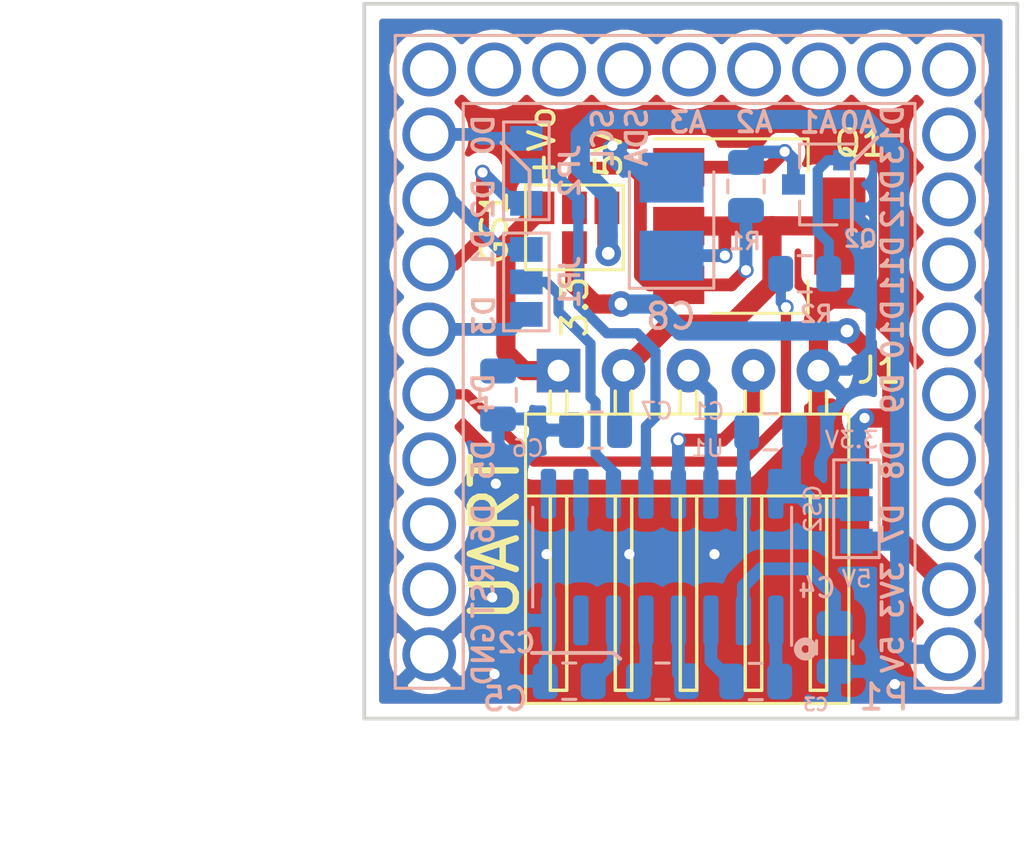
<source format=kicad_pcb>
(kicad_pcb (version 20171130) (host pcbnew "(5.1.5)-3")

  (general
    (thickness 1.6)
    (drawings 23)
    (tracks 190)
    (zones 0)
    (modules 19)
    (nets 46)
  )

  (page A4)
  (title_block
    (title "Microduino UART")
    (date "31 ottobre 2020")
    (rev 0.0)
  )

  (layers
    (0 F.Cu signal)
    (31 B.Cu signal)
    (32 B.Adhes user)
    (33 F.Adhes user)
    (34 B.Paste user)
    (35 F.Paste user)
    (36 B.SilkS user)
    (37 F.SilkS user)
    (38 B.Mask user)
    (39 F.Mask user)
    (44 Edge.Cuts user)
    (45 Margin user)
    (46 B.CrtYd user)
    (47 F.CrtYd user)
    (48 B.Fab user hide)
    (49 F.Fab user)
  )

  (setup
    (last_trace_width 0.25)
    (user_trace_width 0.4)
    (user_trace_width 0.5)
    (user_trace_width 0.75)
    (user_trace_width 1)
    (user_trace_width 1.5)
    (user_trace_width 2)
    (user_trace_width 2.5)
    (user_trace_width 3)
    (trace_clearance 0.2)
    (zone_clearance 0.508)
    (zone_45_only no)
    (trace_min 0.2)
    (via_size 0.6)
    (via_drill 0.4)
    (via_min_size 0.4)
    (via_min_drill 0.3)
    (user_via 1 0.5)
    (user_via 1.2 0.6)
    (uvia_size 0.3)
    (uvia_drill 0.1)
    (uvias_allowed no)
    (uvia_min_size 0.2)
    (uvia_min_drill 0.1)
    (edge_width 0.15)
    (segment_width 0.15)
    (pcb_text_width 0.3)
    (pcb_text_size 1.5 1.5)
    (mod_edge_width 0.15)
    (mod_text_size 1 1)
    (mod_text_width 0.15)
    (pad_size 1.27 0.97)
    (pad_drill 0)
    (pad_to_mask_clearance 0.2)
    (aux_axis_origin 0 0)
    (grid_origin 126.111 104.775)
    (visible_elements 7FFFFFFF)
    (pcbplotparams
      (layerselection 0x210fc_ffffffff)
      (usegerberextensions false)
      (usegerberattributes false)
      (usegerberadvancedattributes false)
      (creategerberjobfile false)
      (excludeedgelayer true)
      (linewidth 0.100000)
      (plotframeref false)
      (viasonmask false)
      (mode 1)
      (useauxorigin false)
      (hpglpennumber 1)
      (hpglpenspeed 20)
      (hpglpendiameter 15.000000)
      (psnegative false)
      (psa4output false)
      (plotreference true)
      (plotvalue true)
      (plotinvisibletext false)
      (padsonsilk false)
      (subtractmaskfromsilk false)
      (outputformat 1)
      (mirror false)
      (drillshape 0)
      (scaleselection 1)
      (outputdirectory ""))
  )

  (net 0 "")
  (net 1 +5V)
  (net 2 +3V3)
  (net 3 /D8)
  (net 4 /D9)
  (net 5 /D10)
  (net 6 /D2)
  (net 7 /D3)
  (net 8 /A0)
  (net 9 /A1)
  (net 10 /A2)
  (net 11 /A3)
  (net 12 /SDA)
  (net 13 /SCL)
  (net 14 /A6)
  (net 15 /A7)
  (net 16 /D4)
  (net 17 /D5)
  (net 18 /D6)
  (net 19 /RESET)
  (net 20 GND)
  (net 21 /AREF)
  (net 22 "Net-(C2-Pad1)")
  (net 23 "Net-(C2-Pad2)")
  (net 24 "Net-(C3-Pad2)")
  (net 25 "Net-(C3-Pad1)")
  (net 26 "Net-(C4-Pad2)")
  (net 27 "Net-(C5-Pad1)")
  (net 28 "Net-(GS1-Pad2)")
  (net 29 "Net-(J1-Pad3)")
  (net 30 "Net-(J1-Pad4)")
  (net 31 "Net-(JP1-Pad2)")
  (net 32 "Net-(JP2-Pad2)")
  (net 33 /CLK)
  (net 34 /DO)
  (net 35 /DI)
  (net 36 /CS)
  (net 37 "Net-(Q1-Pad1)")
  (net 38 "Net-(Q2-Pad1)")
  (net 39 "Net-(U1-Pad7)")
  (net 40 "Net-(U1-Pad9)")
  (net 41 /D1)
  (net 42 /D0)
  (net 43 "Net-(C1-Pad1)")
  (net 44 "Net-(C6-Pad1)")
  (net 45 "Net-(C7-Pad1)")

  (net_class Default "Questo è il gruppo di collegamenti predefinito"
    (clearance 0.2)
    (trace_width 0.25)
    (via_dia 0.6)
    (via_drill 0.4)
    (uvia_dia 0.3)
    (uvia_drill 0.1)
    (add_net +3V3)
    (add_net +5V)
    (add_net /A0)
    (add_net /A1)
    (add_net /A2)
    (add_net /A3)
    (add_net /A6)
    (add_net /A7)
    (add_net /AREF)
    (add_net /CLK)
    (add_net /CS)
    (add_net /D0)
    (add_net /D1)
    (add_net /D10)
    (add_net /D2)
    (add_net /D3)
    (add_net /D4)
    (add_net /D5)
    (add_net /D6)
    (add_net /D8)
    (add_net /D9)
    (add_net /DI)
    (add_net /DO)
    (add_net /RESET)
    (add_net /SCL)
    (add_net /SDA)
    (add_net GND)
    (add_net "Net-(C1-Pad1)")
    (add_net "Net-(C2-Pad1)")
    (add_net "Net-(C2-Pad2)")
    (add_net "Net-(C3-Pad1)")
    (add_net "Net-(C3-Pad2)")
    (add_net "Net-(C4-Pad2)")
    (add_net "Net-(C5-Pad1)")
    (add_net "Net-(C6-Pad1)")
    (add_net "Net-(C7-Pad1)")
    (add_net "Net-(GS1-Pad2)")
    (add_net "Net-(J1-Pad3)")
    (add_net "Net-(J1-Pad4)")
    (add_net "Net-(JP1-Pad2)")
    (add_net "Net-(JP2-Pad2)")
    (add_net "Net-(Q1-Pad1)")
    (add_net "Net-(Q2-Pad1)")
    (add_net "Net-(U1-Pad7)")
    (add_net "Net-(U1-Pad9)")
  )

  (module Capacitor_SMD:C_0805_2012Metric (layer B.Cu) (tedit 5B36C52B) (tstamp 5FA86077)
    (at 154.5971 79.4639 180)
    (descr "Capacitor SMD 0805 (2012 Metric), square (rectangular) end terminal, IPC_7351 nominal, (Body size source: https://docs.google.com/spreadsheets/d/1BsfQQcO9C6DZCsRaXUlFlo91Tg2WpOkGARC1WS5S8t0/edit?usp=sharing), generated with kicad-footprint-generator")
    (tags capacitor)
    (path /5FA30B4F)
    (attr smd)
    (fp_text reference C1 (at 2.4384 0.8001) (layer B.SilkS)
      (effects (font (size 0.6444 0.6444) (thickness 0.10014)) (justify mirror))
    )
    (fp_text value 100nF (at 0 -1.65) (layer B.Fab)
      (effects (font (size 1 1) (thickness 0.15)) (justify mirror))
    )
    (fp_line (start -1 -0.6) (end -1 0.6) (layer B.Fab) (width 0.1))
    (fp_line (start -1 0.6) (end 1 0.6) (layer B.Fab) (width 0.1))
    (fp_line (start 1 0.6) (end 1 -0.6) (layer B.Fab) (width 0.1))
    (fp_line (start 1 -0.6) (end -1 -0.6) (layer B.Fab) (width 0.1))
    (fp_line (start -0.258578 0.71) (end 0.258578 0.71) (layer B.SilkS) (width 0.12))
    (fp_line (start -0.258578 -0.71) (end 0.258578 -0.71) (layer B.SilkS) (width 0.12))
    (fp_line (start -1.68 -0.95) (end -1.68 0.95) (layer B.CrtYd) (width 0.05))
    (fp_line (start -1.68 0.95) (end 1.68 0.95) (layer B.CrtYd) (width 0.05))
    (fp_line (start 1.68 0.95) (end 1.68 -0.95) (layer B.CrtYd) (width 0.05))
    (fp_line (start 1.68 -0.95) (end -1.68 -0.95) (layer B.CrtYd) (width 0.05))
    (fp_text user %R (at 0 0) (layer B.Fab)
      (effects (font (size 0.5 0.5) (thickness 0.08)) (justify mirror))
    )
    (pad 1 smd roundrect (at -0.9375 0 180) (size 0.975 1.4) (layers B.Cu B.Paste B.Mask) (roundrect_rratio 0.25)
      (net 43 "Net-(C1-Pad1)"))
    (pad 2 smd roundrect (at 0.9375 0 180) (size 0.975 1.4) (layers B.Cu B.Paste B.Mask) (roundrect_rratio 0.25)
      (net 20 GND))
    (model ${KISYS3DMOD}/Capacitor_SMD.3dshapes/C_0805_2012Metric.wrl
      (at (xyz 0 0 0))
      (scale (xyz 1 1 1))
      (rotate (xyz 0 0 0))
    )
  )

  (module Capacitor_SMD:C_0805_2012Metric (layer B.Cu) (tedit 5B36C52B) (tstamp 5FA86088)
    (at 150.368 89.2175 180)
    (descr "Capacitor SMD 0805 (2012 Metric), square (rectangular) end terminal, IPC_7351 nominal, (Body size source: https://docs.google.com/spreadsheets/d/1BsfQQcO9C6DZCsRaXUlFlo91Tg2WpOkGARC1WS5S8t0/edit?usp=sharing), generated with kicad-footprint-generator")
    (tags capacitor)
    (path /5FA30B6E)
    (attr smd)
    (fp_text reference C2 (at 5.715 1.4986 180) (layer B.SilkS)
      (effects (font (size 0.746 0.746) (thickness 0.15)) (justify mirror))
    )
    (fp_text value 100nF (at 0 -1.65) (layer B.Fab)
      (effects (font (size 1 1) (thickness 0.15)) (justify mirror))
    )
    (fp_line (start -1 -0.6) (end -1 0.6) (layer B.Fab) (width 0.1))
    (fp_line (start -1 0.6) (end 1 0.6) (layer B.Fab) (width 0.1))
    (fp_line (start 1 0.6) (end 1 -0.6) (layer B.Fab) (width 0.1))
    (fp_line (start 1 -0.6) (end -1 -0.6) (layer B.Fab) (width 0.1))
    (fp_line (start -0.258578 0.71) (end 0.258578 0.71) (layer B.SilkS) (width 0.12))
    (fp_line (start -0.258578 -0.71) (end 0.258578 -0.71) (layer B.SilkS) (width 0.12))
    (fp_line (start -1.68 -0.95) (end -1.68 0.95) (layer B.CrtYd) (width 0.05))
    (fp_line (start -1.68 0.95) (end 1.68 0.95) (layer B.CrtYd) (width 0.05))
    (fp_line (start 1.68 0.95) (end 1.68 -0.95) (layer B.CrtYd) (width 0.05))
    (fp_line (start 1.68 -0.95) (end -1.68 -0.95) (layer B.CrtYd) (width 0.05))
    (fp_text user %R (at 0 0) (layer B.Fab)
      (effects (font (size 0.5 0.5) (thickness 0.08)) (justify mirror))
    )
    (pad 1 smd roundrect (at -0.9375 0 180) (size 0.975 1.4) (layers B.Cu B.Paste B.Mask) (roundrect_rratio 0.25)
      (net 22 "Net-(C2-Pad1)"))
    (pad 2 smd roundrect (at 0.9375 0 180) (size 0.975 1.4) (layers B.Cu B.Paste B.Mask) (roundrect_rratio 0.25)
      (net 23 "Net-(C2-Pad2)"))
    (model ${KISYS3DMOD}/Capacitor_SMD.3dshapes/C_0805_2012Metric.wrl
      (at (xyz 0 0 0))
      (scale (xyz 1 1 1))
      (rotate (xyz 0 0 0))
    )
  )

  (module Capacitor_SMD:C_0805_2012Metric (layer B.Cu) (tedit 5B36C52B) (tstamp 5FA86099)
    (at 154.0129 89.2302 180)
    (descr "Capacitor SMD 0805 (2012 Metric), square (rectangular) end terminal, IPC_7351 nominal, (Body size source: https://docs.google.com/spreadsheets/d/1BsfQQcO9C6DZCsRaXUlFlo91Tg2WpOkGARC1WS5S8t0/edit?usp=sharing), generated with kicad-footprint-generator")
    (tags capacitor)
    (path /5FA30B5A)
    (attr smd)
    (fp_text reference C3 (at -2.3495 -0.9017) (layer B.SilkS)
      (effects (font (size 0.492 0.492) (thickness 0.0992)) (justify mirror))
    )
    (fp_text value 100nF (at 0 -1.65) (layer B.Fab)
      (effects (font (size 1 1) (thickness 0.15)) (justify mirror))
    )
    (fp_text user %R (at 0.0254 0) (layer B.Fab)
      (effects (font (size 0.5 0.5) (thickness 0.08)) (justify mirror))
    )
    (fp_line (start 1.68 -0.95) (end -1.68 -0.95) (layer B.CrtYd) (width 0.05))
    (fp_line (start 1.68 0.95) (end 1.68 -0.95) (layer B.CrtYd) (width 0.05))
    (fp_line (start -1.68 0.95) (end 1.68 0.95) (layer B.CrtYd) (width 0.05))
    (fp_line (start -1.68 -0.95) (end -1.68 0.95) (layer B.CrtYd) (width 0.05))
    (fp_line (start -0.258578 -0.71) (end 0.258578 -0.71) (layer B.SilkS) (width 0.12))
    (fp_line (start -0.258578 0.71) (end 0.258578 0.71) (layer B.SilkS) (width 0.12))
    (fp_line (start 1 -0.6) (end -1 -0.6) (layer B.Fab) (width 0.1))
    (fp_line (start 1 0.6) (end 1 -0.6) (layer B.Fab) (width 0.1))
    (fp_line (start -1 0.6) (end 1 0.6) (layer B.Fab) (width 0.1))
    (fp_line (start -1 -0.6) (end -1 0.6) (layer B.Fab) (width 0.1))
    (pad 2 smd roundrect (at 0.9375 0 180) (size 0.975 1.4) (layers B.Cu B.Paste B.Mask) (roundrect_rratio 0.25)
      (net 24 "Net-(C3-Pad2)"))
    (pad 1 smd roundrect (at -0.9375 0 180) (size 0.975 1.4) (layers B.Cu B.Paste B.Mask) (roundrect_rratio 0.25)
      (net 25 "Net-(C3-Pad1)"))
    (model ${KISYS3DMOD}/Capacitor_SMD.3dshapes/C_0805_2012Metric.wrl
      (at (xyz 0 0 0))
      (scale (xyz 1 1 1))
      (rotate (xyz 0 0 0))
    )
  )

  (module Capacitor_SMD:C_0805_2012Metric (layer B.Cu) (tedit 5B36C52B) (tstamp 5FA860AA)
    (at 157.099 87.8967 90)
    (descr "Capacitor SMD 0805 (2012 Metric), square (rectangular) end terminal, IPC_7351 nominal, (Body size source: https://docs.google.com/spreadsheets/d/1BsfQQcO9C6DZCsRaXUlFlo91Tg2WpOkGARC1WS5S8t0/edit?usp=sharing), generated with kicad-footprint-generator")
    (tags capacitor)
    (path /5FA30B78)
    (attr smd)
    (fp_text reference C4 (at 2.3241 -0.6985) (layer B.SilkS)
      (effects (font (size 0.746 0.746) (thickness 0.1246)) (justify mirror))
    )
    (fp_text value 100nF (at 0 -1.65 -90) (layer B.Fab)
      (effects (font (size 1 1) (thickness 0.15)) (justify mirror))
    )
    (fp_text user %R (at 0 0 -90) (layer B.Fab)
      (effects (font (size 0.5 0.5) (thickness 0.08)) (justify mirror))
    )
    (fp_line (start 1.68 -0.95) (end -1.68 -0.95) (layer B.CrtYd) (width 0.05))
    (fp_line (start 1.68 0.95) (end 1.68 -0.95) (layer B.CrtYd) (width 0.05))
    (fp_line (start -1.68 0.95) (end 1.68 0.95) (layer B.CrtYd) (width 0.05))
    (fp_line (start -1.68 -0.95) (end -1.68 0.95) (layer B.CrtYd) (width 0.05))
    (fp_line (start -0.258578 -0.71) (end 0.258578 -0.71) (layer B.SilkS) (width 0.12))
    (fp_line (start -0.258578 0.71) (end 0.258578 0.71) (layer B.SilkS) (width 0.12))
    (fp_line (start 1 -0.6) (end -1 -0.6) (layer B.Fab) (width 0.1))
    (fp_line (start 1 0.6) (end 1 -0.6) (layer B.Fab) (width 0.1))
    (fp_line (start -1 0.6) (end 1 0.6) (layer B.Fab) (width 0.1))
    (fp_line (start -1 -0.6) (end -1 0.6) (layer B.Fab) (width 0.1))
    (pad 2 smd roundrect (at 0.9375 0 90) (size 0.975 1.4) (layers B.Cu B.Paste B.Mask) (roundrect_rratio 0.25)
      (net 26 "Net-(C4-Pad2)"))
    (pad 1 smd roundrect (at -0.9375 0 90) (size 0.975 1.4) (layers B.Cu B.Paste B.Mask) (roundrect_rratio 0.25)
      (net 20 GND))
    (model ${KISYS3DMOD}/Capacitor_SMD.3dshapes/C_0805_2012Metric.wrl
      (at (xyz 0 0 0))
      (scale (xyz 1 1 1))
      (rotate (xyz 0 0 0))
    )
  )

  (module Capacitor_SMD:C_0805_2012Metric (layer B.Cu) (tedit 5B36C52B) (tstamp 5FA860BB)
    (at 146.7231 89.2175 180)
    (descr "Capacitor SMD 0805 (2012 Metric), square (rectangular) end terminal, IPC_7351 nominal, (Body size source: https://docs.google.com/spreadsheets/d/1BsfQQcO9C6DZCsRaXUlFlo91Tg2WpOkGARC1WS5S8t0/edit?usp=sharing), generated with kicad-footprint-generator")
    (tags capacitor)
    (path /5FA30B82)
    (attr smd)
    (fp_text reference C5 (at 2.5019 -0.6985 180) (layer B.SilkS)
      (effects (font (size 0.8984 0.8984) (thickness 0.15)) (justify mirror))
    )
    (fp_text value 100nF (at 0 -1.65) (layer B.Fab)
      (effects (font (size 1 1) (thickness 0.15)) (justify mirror))
    )
    (fp_line (start -1 -0.6) (end -1 0.6) (layer B.Fab) (width 0.1))
    (fp_line (start -1 0.6) (end 1 0.6) (layer B.Fab) (width 0.1))
    (fp_line (start 1 0.6) (end 1 -0.6) (layer B.Fab) (width 0.1))
    (fp_line (start 1 -0.6) (end -1 -0.6) (layer B.Fab) (width 0.1))
    (fp_line (start -0.258578 0.71) (end 0.258578 0.71) (layer B.SilkS) (width 0.12))
    (fp_line (start -0.258578 -0.71) (end 0.258578 -0.71) (layer B.SilkS) (width 0.12))
    (fp_line (start -1.68 -0.95) (end -1.68 0.95) (layer B.CrtYd) (width 0.05))
    (fp_line (start -1.68 0.95) (end 1.68 0.95) (layer B.CrtYd) (width 0.05))
    (fp_line (start 1.68 0.95) (end 1.68 -0.95) (layer B.CrtYd) (width 0.05))
    (fp_line (start 1.68 -0.95) (end -1.68 -0.95) (layer B.CrtYd) (width 0.05))
    (fp_text user %R (at 0 0) (layer B.Fab)
      (effects (font (size 0.5 0.5) (thickness 0.08)) (justify mirror))
    )
    (pad 1 smd roundrect (at -0.9375 0 180) (size 0.975 1.4) (layers B.Cu B.Paste B.Mask) (roundrect_rratio 0.25)
      (net 27 "Net-(C5-Pad1)"))
    (pad 2 smd roundrect (at 0.9375 0 180) (size 0.975 1.4) (layers B.Cu B.Paste B.Mask) (roundrect_rratio 0.25)
      (net 20 GND))
    (model ${KISYS3DMOD}/Capacitor_SMD.3dshapes/C_0805_2012Metric.wrl
      (at (xyz 0 0 0))
      (scale (xyz 1 1 1))
      (rotate (xyz 0 0 0))
    )
  )

  (module Libreria_PCB_mia:GS4 (layer F.Cu) (tedit 597AF1E6) (tstamp 5FA860CF)
    (at 146.9263 70.7136 90)
    (descr "3-pin solder bridge")
    (tags "solder bridge")
    (path /5FA30309)
    (attr smd)
    (fp_text reference GS1 (at -0.7747 -3.1242 90) (layer F.SilkS)
      (effects (font (size 1 1) (thickness 0.15)))
    )
    (fp_text value GS4_b (at 1.8 0) (layer F.Fab)
      (effects (font (size 1 1) (thickness 0.15)))
    )
    (fp_line (start -0.89 -1.91) (end -2.42 -1.91) (layer F.SilkS) (width 0.12))
    (fp_line (start -0.89 1.91) (end -2.42 1.91) (layer F.SilkS) (width 0.12))
    (fp_line (start -1.15 2.15) (end -2.69 2.15) (layer F.CrtYd) (width 0.05))
    (fp_line (start -1.14 -2.15) (end -2.69 -2.15) (layer F.CrtYd) (width 0.05))
    (fp_line (start -1.15 -2.15) (end 1.15 -2.15) (layer F.CrtYd) (width 0.05))
    (fp_line (start 1.15 -2.15) (end 1.15 2.15) (layer F.CrtYd) (width 0.05))
    (fp_line (start 1.15 2.15) (end -1.15 2.15) (layer F.CrtYd) (width 0.05))
    (fp_line (start -2.69 2.15) (end -2.69 -2.15) (layer F.CrtYd) (width 0.05))
    (fp_line (start -2.42 -1.91) (end -2.42 1.91) (layer F.SilkS) (width 0.12))
    (fp_line (start -0.89 1.91) (end 0.89 1.91) (layer F.SilkS) (width 0.12))
    (fp_line (start 0.89 1.91) (end 0.89 -1.91) (layer F.SilkS) (width 0.12))
    (fp_line (start -0.89 -1.91) (end 0.89 -1.91) (layer F.SilkS) (width 0.12))
    (pad 1 smd rect (at 0 -1.27 90) (size 1.27 0.97) (layers F.Cu F.Paste F.Mask)
      (net 44 "Net-(C6-Pad1)"))
    (pad 2 smd rect (at 0 0 90) (size 1.27 0.97) (layers F.Cu F.Paste F.Mask)
      (net 28 "Net-(GS1-Pad2)"))
    (pad 3 smd rect (at 0 1.27 90) (size 1.27 0.97) (layers F.Cu F.Paste F.Mask)
      (net 1 +5V))
    (pad 4 smd rect (at -1.55 0 90) (size 1.27 0.97) (layers F.Cu F.Paste F.Mask)
      (net 2 +3V3))
  )

  (module Libreria_PCB_mia:WHURT_5pin_90°_61900511021 (layer F.Cu) (tedit 5FA7A491) (tstamp 5FA86145)
    (at 146.304 77.0763)
    (descr "Horizontal AMP connector with 2.54mm pitch")
    (tags "connector horizontal")
    (path /5FA28AD8)
    (fp_text reference J1 (at 12.5222 -0.0127) (layer F.SilkS)
      (effects (font (size 1 1) (thickness 0.15)))
    )
    (fp_text value Conn_01x05 (at 5.08 14.9) (layer F.Fab) hide
      (effects (font (size 1 1) (thickness 0.15)))
    )
    (fp_line (start 5.4 12.5) (end 5.4 4.9) (layer F.SilkS) (width 0.12))
    (fp_line (start 4.76 12.5) (end 5.4 12.5) (layer F.SilkS) (width 0.12))
    (fp_line (start 4.76 4.9) (end 4.76 12.5) (layer F.SilkS) (width 0.12))
    (fp_line (start 4.76 1.7) (end 4.76 0.8) (layer F.SilkS) (width 0.12))
    (fp_line (start 5.4 0.8) (end 5.4 1.7) (layer F.SilkS) (width 0.12))
    (fp_line (start 5.4 0.8) (end 5.4 1.7) (layer F.SilkS) (width 0.12))
    (fp_line (start 4.76 1.7) (end 4.76 0.8) (layer F.SilkS) (width 0.12))
    (fp_line (start 4.76 4.9) (end 4.76 12.5) (layer F.SilkS) (width 0.12))
    (fp_line (start 4.76 12.5) (end 5.4 12.5) (layer F.SilkS) (width 0.12))
    (fp_line (start 5.4 12.5) (end 5.4 4.9) (layer F.SilkS) (width 0.12))
    (fp_line (start 5.4 12.5) (end 5.4 4.9) (layer F.SilkS) (width 0.12))
    (fp_line (start 4.76 12.5) (end 5.4 12.5) (layer F.SilkS) (width 0.12))
    (fp_line (start 4.76 4.9) (end 4.76 12.5) (layer F.SilkS) (width 0.12))
    (fp_line (start 4.76 1.7) (end 4.76 0.8) (layer F.SilkS) (width 0.12))
    (fp_line (start 5.4 0.8) (end 5.4 1.7) (layer F.SilkS) (width 0.12))
    (fp_line (start 5.4 0.8) (end 5.4 1.7) (layer F.SilkS) (width 0.12))
    (fp_line (start 4.76 1.7) (end 4.76 0.8) (layer F.SilkS) (width 0.12))
    (fp_line (start 4.76 4.9) (end 4.76 12.5) (layer F.SilkS) (width 0.12))
    (fp_line (start 4.76 12.5) (end 5.4 12.5) (layer F.SilkS) (width 0.12))
    (fp_line (start 5.4 12.5) (end 5.4 4.9) (layer F.SilkS) (width 0.12))
    (fp_line (start 10.48 12.5) (end 10.48 4.9) (layer F.SilkS) (width 0.12))
    (fp_line (start 9.84 12.5) (end 10.48 12.5) (layer F.SilkS) (width 0.12))
    (fp_line (start 9.84 4.9) (end 9.84 12.5) (layer F.SilkS) (width 0.12))
    (fp_line (start 9.84 1.7) (end 9.84 0.8) (layer F.SilkS) (width 0.12))
    (fp_line (start 10.48 0.8) (end 10.48 1.7) (layer F.SilkS) (width 0.12))
    (fp_line (start 10.48 0.8) (end 10.48 1.7) (layer F.SilkS) (width 0.12))
    (fp_line (start 9.84 1.7) (end 9.84 0.8) (layer F.SilkS) (width 0.12))
    (fp_line (start 9.84 4.9) (end 9.84 12.5) (layer F.SilkS) (width 0.12))
    (fp_line (start 9.84 12.5) (end 10.48 12.5) (layer F.SilkS) (width 0.12))
    (fp_line (start 10.48 12.5) (end 10.48 4.9) (layer F.SilkS) (width 0.12))
    (fp_line (start 10.48 12.5) (end 10.48 4.9) (layer F.SilkS) (width 0.12))
    (fp_line (start 9.84 12.5) (end 10.48 12.5) (layer F.SilkS) (width 0.12))
    (fp_line (start 9.84 4.9) (end 9.84 12.5) (layer F.SilkS) (width 0.12))
    (fp_line (start 9.84 1.7) (end 9.84 0.8) (layer F.SilkS) (width 0.12))
    (fp_line (start 10.48 0.8) (end 10.48 1.7) (layer F.SilkS) (width 0.12))
    (fp_line (start 10.48 0.8) (end 10.48 1.7) (layer F.SilkS) (width 0.12))
    (fp_line (start 9.84 1.7) (end 9.84 0.8) (layer F.SilkS) (width 0.12))
    (fp_line (start 9.84 4.9) (end 9.84 12.5) (layer F.SilkS) (width 0.12))
    (fp_line (start 9.84 12.5) (end 10.48 12.5) (layer F.SilkS) (width 0.12))
    (fp_line (start 10.48 12.5) (end 10.48 4.9) (layer F.SilkS) (width 0.12))
    (fp_line (start 2.86 12.5) (end 2.86 4.9) (layer F.SilkS) (width 0.12))
    (fp_line (start 2.22 12.5) (end 2.86 12.5) (layer F.SilkS) (width 0.12))
    (fp_line (start 2.22 4.9) (end 2.22 12.5) (layer F.SilkS) (width 0.12))
    (fp_line (start 2.22 1.7) (end 2.22 0.8) (layer F.SilkS) (width 0.12))
    (fp_line (start 2.86 0.8) (end 2.86 1.7) (layer F.SilkS) (width 0.12))
    (fp_line (start 2.86 0.8) (end 2.86 1.7) (layer F.SilkS) (width 0.12))
    (fp_line (start 2.22 1.7) (end 2.22 0.8) (layer F.SilkS) (width 0.12))
    (fp_line (start 2.22 4.9) (end 2.22 12.5) (layer F.SilkS) (width 0.12))
    (fp_line (start 2.22 12.5) (end 2.86 12.5) (layer F.SilkS) (width 0.12))
    (fp_line (start 2.86 12.5) (end 2.86 4.9) (layer F.SilkS) (width 0.12))
    (fp_line (start 2.86 12.5) (end 2.86 4.9) (layer F.SilkS) (width 0.12))
    (fp_line (start 2.22 12.5) (end 2.86 12.5) (layer F.SilkS) (width 0.12))
    (fp_line (start 2.22 4.9) (end 2.22 12.5) (layer F.SilkS) (width 0.12))
    (fp_line (start 2.22 1.7) (end 2.22 0.8) (layer F.SilkS) (width 0.12))
    (fp_line (start 2.86 0.8) (end 2.86 1.7) (layer F.SilkS) (width 0.12))
    (fp_line (start 2.86 0.8) (end 2.86 1.7) (layer F.SilkS) (width 0.12))
    (fp_line (start 2.22 1.7) (end 2.22 0.8) (layer F.SilkS) (width 0.12))
    (fp_line (start 2.22 4.9) (end 2.22 12.5) (layer F.SilkS) (width 0.12))
    (fp_line (start 2.22 12.5) (end 2.86 12.5) (layer F.SilkS) (width 0.12))
    (fp_line (start 2.86 12.5) (end 2.86 4.9) (layer F.SilkS) (width 0.12))
    (fp_line (start 0.32 12.5) (end 0.32 4.9) (layer F.SilkS) (width 0.12))
    (fp_line (start -0.32 12.5) (end 0.32 12.5) (layer F.SilkS) (width 0.12))
    (fp_line (start -0.32 4.9) (end -0.32 12.5) (layer F.SilkS) (width 0.12))
    (fp_line (start -0.32 1.7) (end -0.32 0.8) (layer F.SilkS) (width 0.12))
    (fp_line (start 0.32 0.8) (end 0.32 1.7) (layer F.SilkS) (width 0.12))
    (fp_line (start 0.32 0.8) (end 0.32 1.7) (layer F.SilkS) (width 0.12))
    (fp_line (start -0.32 1.7) (end -0.32 0.8) (layer F.SilkS) (width 0.12))
    (fp_line (start -0.32 4.9) (end -0.32 12.5) (layer F.SilkS) (width 0.12))
    (fp_line (start -0.32 12.5) (end 0.32 12.5) (layer F.SilkS) (width 0.12))
    (fp_line (start 0.32 12.5) (end 0.32 4.9) (layer F.SilkS) (width 0.12))
    (fp_line (start 0.32 12.5) (end 0.32 4.9) (layer F.SilkS) (width 0.12))
    (fp_line (start -0.32 12.5) (end 0.32 12.5) (layer F.SilkS) (width 0.12))
    (fp_line (start -0.32 4.9) (end -0.32 12.5) (layer F.SilkS) (width 0.12))
    (fp_line (start -0.32 1.7) (end -0.32 0.8) (layer F.SilkS) (width 0.12))
    (fp_line (start 0.32 0.8) (end 0.32 1.7) (layer F.SilkS) (width 0.12))
    (fp_line (start -1.78 -1.23) (end -1.78 13.3) (layer F.CrtYd) (width 0.05))
    (fp_line (start -1.778 13.3) (end 11.862 13.3) (layer F.CrtYd) (width 0.05))
    (fp_line (start 11.86 13.3) (end 11.86 -1.23) (layer F.CrtYd) (width 0.05))
    (fp_line (start 11.86 -1.23) (end -1.78 -1.23) (layer F.CrtYd) (width 0.05))
    (fp_line (start 0.32 0.8) (end 0.32 1.7) (layer F.SilkS) (width 0.12))
    (fp_line (start -0.32 1.7) (end -0.32 0.8) (layer F.SilkS) (width 0.12))
    (fp_line (start -0.32 4.9) (end -0.32 12.5) (layer F.SilkS) (width 0.12))
    (fp_line (start -0.32 12.5) (end 0.32 12.5) (layer F.SilkS) (width 0.12))
    (fp_line (start 0.32 12.5) (end 0.32 4.9) (layer F.SilkS) (width 0.12))
    (fp_line (start 11.303 4.9) (end -1.29 4.9) (layer F.SilkS) (width 0.12))
    (fp_line (start -1.29 1.7) (end -1.29 13.01) (layer F.SilkS) (width 0.12))
    (fp_line (start -1.29 13.01) (end 11.35 13.01) (layer F.SilkS) (width 0.12))
    (fp_line (start 11.35 13.01) (end 11.35 1.7) (layer F.SilkS) (width 0.12))
    (fp_line (start 11.35 1.7) (end -1.29 1.7) (layer F.SilkS) (width 0.12))
    (fp_line (start 7.3 4.9) (end 7.3 12.5) (layer F.SilkS) (width 0.12))
    (fp_line (start 7.94 0.8) (end 7.94 1.7) (layer F.SilkS) (width 0.12))
    (fp_line (start 7.94 0.8) (end 7.94 1.7) (layer F.SilkS) (width 0.12))
    (fp_line (start 7.3 4.9) (end 7.3 12.5) (layer F.SilkS) (width 0.12))
    (fp_line (start 7.94 12.5) (end 7.94 4.9) (layer F.SilkS) (width 0.12))
    (fp_line (start 7.94 0.8) (end 7.94 1.7) (layer F.SilkS) (width 0.12))
    (fp_line (start 7.3 4.9) (end 7.3 12.5) (layer F.SilkS) (width 0.12))
    (fp_line (start 7.3 12.5) (end 7.94 12.5) (layer F.SilkS) (width 0.12))
    (fp_line (start 7.94 12.5) (end 7.94 4.9) (layer F.SilkS) (width 0.12))
    (fp_line (start 7.3 1.7) (end 7.3 0.8) (layer F.SilkS) (width 0.12))
    (fp_line (start 7.3 1.7) (end 7.3 0.8) (layer F.SilkS) (width 0.12))
    (fp_line (start 7.94 12.5) (end 7.94 4.9) (layer F.SilkS) (width 0.12))
    (fp_line (start 7.3 1.7) (end 7.3 0.8) (layer F.SilkS) (width 0.12))
    (fp_line (start 7.3 12.5) (end 7.94 12.5) (layer F.SilkS) (width 0.12))
    (fp_line (start 7.3 12.5) (end 7.94 12.5) (layer F.SilkS) (width 0.12))
    (fp_line (start 7.3 1.7) (end 7.3 0.8) (layer F.SilkS) (width 0.12))
    (fp_line (start 7.3 4.9) (end 7.3 12.5) (layer F.SilkS) (width 0.12))
    (fp_line (start 7.94 12.5) (end 7.94 4.9) (layer F.SilkS) (width 0.12))
    (fp_line (start 7.94 0.8) (end 7.94 1.7) (layer F.SilkS) (width 0.12))
    (fp_line (start 7.3 12.5) (end 7.94 12.5) (layer F.SilkS) (width 0.12))
    (pad 1 thru_hole rect (at 0 0) (size 1.7 1.7) (drill 0.85) (layers *.Cu *.Mask)
      (net 44 "Net-(C6-Pad1)"))
    (pad 2 thru_hole circle (at 2.54 0) (size 1.7 1.7) (drill 0.85) (layers *.Cu *.Mask)
      (net 45 "Net-(C7-Pad1)"))
    (pad 3 thru_hole circle (at 5.08 0) (size 1.7 1.7) (drill 0.85) (layers *.Cu *.Mask)
      (net 29 "Net-(J1-Pad3)"))
    (pad 5 thru_hole circle (at 10.16 0) (size 1.7 1.7) (drill 0.85) (layers *.Cu *.Mask)
      (net 20 GND))
    (pad 4 thru_hole circle (at 7.62 0) (size 1.7 1.7) (drill 0.85) (layers *.Cu *.Mask)
      (net 30 "Net-(J1-Pad4)"))
    (model Connectors.3dshapes/Wafer_Horizontal17.5x5.8x7RM2.5-6.wrl
      (at (xyz 0 0 0))
      (scale (xyz 4 4 4))
      (rotate (xyz 0 0 0))
    )
    (model C:/Librerie_Kicad/SamacSys_Parts.3dshapes/61900511021.stp
      (offset (xyz 10.15 0 0))
      (scale (xyz 1 1 1))
      (rotate (xyz 0 0 180))
    )
  )

  (module Connectors:GS3 (layer B.Cu) (tedit 58613494) (tstamp 5FA86154)
    (at 145.0467 73.6092 180)
    (descr "3-pin solder bridge")
    (tags "solder bridge")
    (path /5FA54A9D)
    (attr smd)
    (fp_text reference JP1 (at -1.7 0 270) (layer B.SilkS)
      (effects (font (size 0.746 0.746) (thickness 0.15)) (justify mirror))
    )
    (fp_text value SolderJumper_3_Open (at 1.8 0 270) (layer B.Fab) hide
      (effects (font (size 1 1) (thickness 0.15)) (justify mirror))
    )
    (fp_line (start -1.15 2.15) (end 1.15 2.15) (layer B.CrtYd) (width 0.05))
    (fp_line (start 1.15 2.15) (end 1.15 -2.15) (layer B.CrtYd) (width 0.05))
    (fp_line (start 1.15 -2.15) (end -1.15 -2.15) (layer B.CrtYd) (width 0.05))
    (fp_line (start -1.15 -2.15) (end -1.15 2.15) (layer B.CrtYd) (width 0.05))
    (fp_line (start -0.89 1.91) (end -0.89 -1.91) (layer B.SilkS) (width 0.12))
    (fp_line (start -0.89 -1.91) (end 0.89 -1.91) (layer B.SilkS) (width 0.12))
    (fp_line (start 0.89 -1.91) (end 0.89 1.91) (layer B.SilkS) (width 0.12))
    (fp_line (start -0.89 1.91) (end 0.89 1.91) (layer B.SilkS) (width 0.12))
    (pad 1 smd rect (at 0 1.27 180) (size 1.27 0.97) (layers B.Cu B.Paste B.Mask)
      (net 41 /D1))
    (pad 2 smd rect (at 0 0 180) (size 1.27 0.97) (layers B.Cu B.Paste B.Mask)
      (net 31 "Net-(JP1-Pad2)"))
    (pad 3 smd rect (at 0 -1.27 180) (size 1.27 0.97) (layers B.Cu B.Paste B.Mask)
      (net 7 /D3))
  )

  (module Connectors:GS3 (layer B.Cu) (tedit 58613494) (tstamp 5FA86163)
    (at 145.0467 69.2658 180)
    (descr "3-pin solder bridge")
    (tags "solder bridge")
    (path /5FA5579B)
    (attr smd)
    (fp_text reference JP2 (at -1.7 0 270) (layer B.SilkS)
      (effects (font (size 0.746 0.746) (thickness 0.15)) (justify mirror))
    )
    (fp_text value SolderJumper_3_Open (at 1.8 0 270) (layer B.Fab)
      (effects (font (size 1 1) (thickness 0.15)) (justify mirror))
    )
    (fp_line (start -0.89 1.91) (end 0.89 1.91) (layer B.SilkS) (width 0.12))
    (fp_line (start 0.89 -1.91) (end 0.89 1.91) (layer B.SilkS) (width 0.12))
    (fp_line (start -0.89 -1.91) (end 0.89 -1.91) (layer B.SilkS) (width 0.12))
    (fp_line (start -0.89 1.91) (end -0.89 -1.91) (layer B.SilkS) (width 0.12))
    (fp_line (start -1.15 -2.15) (end -1.15 2.15) (layer B.CrtYd) (width 0.05))
    (fp_line (start 1.15 -2.15) (end -1.15 -2.15) (layer B.CrtYd) (width 0.05))
    (fp_line (start 1.15 2.15) (end 1.15 -2.15) (layer B.CrtYd) (width 0.05))
    (fp_line (start -1.15 2.15) (end 1.15 2.15) (layer B.CrtYd) (width 0.05))
    (pad 3 smd rect (at 0 -1.27 180) (size 1.27 0.97) (layers B.Cu B.Paste B.Mask)
      (net 6 /D2))
    (pad 2 smd rect (at 0 0 180) (size 1.27 0.97) (layers B.Cu B.Paste B.Mask)
      (net 32 "Net-(JP2-Pad2)"))
    (pad 1 smd rect (at 0 1.27 180) (size 1.27 0.97) (layers B.Cu B.Paste B.Mask)
      (net 42 /D0))
  )

  (module Libreria_PCB_mia:Upin_27 (layer B.Cu) (tedit 5EB6C585) (tstamp 5FA861BD)
    (at 161.5694 88.1634 180)
    (descr "Through hole straight socket strip, 1x09, 2.54mm pitch, single row")
    (tags "Through hole socket strip THT 1x09 2.54mm single row")
    (path /5FA639CC)
    (fp_text reference P1 (at 2.54 -1.6764) (layer B.SilkS)
      (effects (font (size 1 1) (thickness 0.15)) (justify mirror))
    )
    (fp_text value CONN_1x27 (at -2.83 10.17 270) (layer B.Fab)
      (effects (font (size 1 1) (thickness 0.15)) (justify mirror))
    )
    (fp_line (start 16.4 18.9) (end 17.5 20) (layer B.SilkS) (width 0.15))
    (fp_line (start 16.4 18.9) (end 16.4 17.1) (layer B.SilkS) (width 0.15))
    (fp_line (start 2.8 20.2) (end 3.8 19.2) (layer B.SilkS) (width 0.15))
    (fp_line (start 3.8 19.2) (end 3.8 16.4) (layer B.SilkS) (width 0.15))
    (fp_text user GND (at 18.2 0 270) (layer B.SilkS)
      (effects (font (size 0.8 0.8) (thickness 0.15)) (justify mirror))
    )
    (fp_text user RST (at 18.2 2.5 270) (layer B.SilkS)
      (effects (font (size 0.8 0.8) (thickness 0.15)) (justify mirror))
    )
    (fp_text user D6 (at 18.2 5.1 270) (layer B.SilkS)
      (effects (font (size 0.8 0.8) (thickness 0.15)) (justify mirror))
    )
    (fp_text user D5 (at 18.2 7.6 270) (layer B.SilkS)
      (effects (font (size 0.8 0.8) (thickness 0.15)) (justify mirror))
    )
    (fp_text user D4 (at 18.2 10.2 270) (layer B.SilkS)
      (effects (font (size 0.8 0.8) (thickness 0.15)) (justify mirror))
    )
    (fp_text user D3 (at 18.1737 13.2461 270) (layer B.SilkS)
      (effects (font (size 0.8 0.8) (thickness 0.15)) (justify mirror))
    )
    (fp_text user D1 (at 18.2118 15.8496 270) (layer B.SilkS)
      (effects (font (size 0.8 0.8) (thickness 0.15)) (justify mirror))
    )
    (fp_text user D2 (at 18.2 17.8 270) (layer B.SilkS)
      (effects (font (size 0.8 0.8) (thickness 0.15)) (justify mirror))
    )
    (fp_text user D0 (at 18.2 20.3 270) (layer B.SilkS)
      (effects (font (size 0.8 0.8) (thickness 0.15)) (justify mirror))
    )
    (fp_text user SCL (at 13.5382 20.2057 270) (layer B.SilkS)
      (effects (font (size 0.8 0.8) (thickness 0.15)) (justify mirror))
    )
    (fp_text user SDA (at 12.2047 20.2057 270) (layer B.SilkS)
      (effects (font (size 0.8 0.8) (thickness 0.15)) (justify mirror))
    )
    (fp_text user A3 (at 10.2108 20.7899) (layer B.SilkS)
      (effects (font (size 0.8 0.8) (thickness 0.15)) (justify mirror))
    )
    (fp_text user A2 (at 7.62 20.8026) (layer B.SilkS)
      (effects (font (size 0.8 0.8) (thickness 0.15)) (justify mirror))
    )
    (fp_text user A1 (at 5.1054 20.7772) (layer B.SilkS)
      (effects (font (size 0.8 0.8) (thickness 0.15)) (justify mirror))
    )
    (fp_text user A0 (at 3.5433 20.7772) (layer B.SilkS)
      (effects (font (size 0.8 0.8) (thickness 0.15)) (justify mirror))
    )
    (fp_text user D13 (at 2.2 20.3 270) (layer B.SilkS)
      (effects (font (size 0.8 0.8) (thickness 0.15)) (justify mirror))
    )
    (fp_text user D12 (at 2.2 17.8 270) (layer B.SilkS)
      (effects (font (size 0.8 0.8) (thickness 0.15)) (justify mirror))
    )
    (fp_text user D11 (at 2.2 15.2 270) (layer B.SilkS)
      (effects (font (size 0.8 0.8) (thickness 0.15)) (justify mirror))
    )
    (fp_text user D10 (at 2.2 12.7 270) (layer B.SilkS)
      (effects (font (size 0.8 0.8) (thickness 0.15)) (justify mirror))
    )
    (fp_text user D9 (at 2.2 10.2 270) (layer B.SilkS)
      (effects (font (size 0.8 0.8) (thickness 0.15)) (justify mirror))
    )
    (fp_text user D8 (at 2.2 7.6 270) (layer B.SilkS)
      (effects (font (size 0.8 0.8) (thickness 0.15)) (justify mirror))
    )
    (fp_text user D7 (at 2.2 5.1 270) (layer B.SilkS)
      (effects (font (size 0.8 0.8) (thickness 0.15)) (justify mirror))
    )
    (fp_text user 3V3 (at 2.2 2.5 270) (layer B.SilkS)
      (effects (font (size 0.8 0.8) (thickness 0.15)) (justify mirror))
    )
    (fp_text user 5V (at 2.2 0 270) (layer B.SilkS)
      (effects (font (size 0.8 0.8) (thickness 0.15)) (justify mirror))
    )
    (fp_line (start 1.8 -1.78) (end 1.8 21.05) (layer B.CrtYd) (width 0.12))
    (fp_line (start 18.52 21.05) (end 1.8 21.05) (layer B.CrtYd) (width 0.12))
    (fp_line (start -1.27 24.13) (end -1.27 -1.27) (layer B.Fab) (width 0.12))
    (fp_line (start 1.27 -1.27) (end 1.27 21.59) (layer B.Fab) (width 0.12))
    (fp_line (start 1.27 21.59) (end 19.05 21.59) (layer B.Fab) (width 0.12))
    (fp_line (start 19.05 21.59) (end 19.05 -1.27) (layer B.Fab) (width 0.12))
    (fp_line (start 19.05 -1.27) (end 21.59 -1.27) (layer B.Fab) (width 0.12))
    (fp_line (start 21.59 -1.27) (end 21.59 24.13) (layer B.Fab) (width 0.12))
    (fp_line (start 21.59 24.13) (end -1.27 24.13) (layer B.Fab) (width 0.12))
    (fp_line (start 21.65 -1.33) (end 21.65 24.19) (layer B.SilkS) (width 0.12))
    (fp_line (start 21.65 24.19) (end -1.33 24.19) (layer B.SilkS) (width 0.12))
    (fp_line (start -1.33 -1.33) (end -1.33 24.19) (layer B.SilkS) (width 0.12))
    (fp_line (start 1.33 -1.33) (end 1.33 21.53) (layer B.SilkS) (width 0.12))
    (fp_line (start 1.33 21.53) (end 18.99 21.53) (layer B.SilkS) (width 0.12))
    (fp_line (start 18.99 -1.33) (end 18.99 21.53) (layer B.SilkS) (width 0.12))
    (fp_line (start 18.99 -1.33) (end 18.99 5.48) (layer B.SilkS) (width 0.12))
    (fp_line (start -1.8 24.67) (end 22.12 24.67) (layer B.CrtYd) (width 0.12))
    (fp_line (start -1.8 -1.78) (end -1.8 24.67) (layer B.CrtYd) (width 0.12))
    (fp_line (start 22.12 -1.78) (end 22.12 24.67) (layer B.CrtYd) (width 0.12))
    (fp_line (start 18.52 21.05) (end 18.52 -1.8) (layer B.CrtYd) (width 0.12))
    (fp_line (start 18.52 -1.8) (end 22.12 -1.8) (layer B.CrtYd) (width 0.12))
    (fp_line (start -1.27 -1.27) (end 1.27 -1.27) (layer B.Fab) (width 0.12))
    (fp_line (start -1.33 -1.33) (end 1.33 -1.33) (layer B.SilkS) (width 0.12))
    (fp_line (start 21.65 -1.33) (end 18.99 -1.33) (layer B.SilkS) (width 0.12))
    (fp_line (start -1.33 20.32) (end -1.33 21.65) (layer B.SilkS) (width 0.12))
    (fp_line (start -1.8 -1.78) (end 1.8 -1.78) (layer B.CrtYd) (width 0.12))
    (fp_text user %R (at 0 -2.54) (layer B.Fab)
      (effects (font (size 1 1) (thickness 0.15)) (justify mirror))
    )
    (pad 9 thru_hole circle (at 0 20.32 180) (size 2.1 2.1) (drill 1.5) (layers *.Cu *.Mask)
      (net 33 /CLK))
    (pad 8 thru_hole circle (at 0 17.78 180) (size 2.1 2.1) (drill 1.5) (layers *.Cu *.Mask)
      (net 34 /DO))
    (pad 7 thru_hole circle (at 0 15.24 180) (size 2.1 2.1) (drill 1.5) (layers *.Cu *.Mask)
      (net 35 /DI))
    (pad 6 thru_hole circle (at 0 12.7 180) (size 2.1 2.1) (drill 1.5) (layers *.Cu *.Mask)
      (net 5 /D10))
    (pad 5 thru_hole circle (at 0 10.16 180) (size 2.1 2.1) (drill 1.5) (layers *.Cu *.Mask)
      (net 4 /D9))
    (pad 4 thru_hole circle (at 0 7.62 180) (size 2.1 2.1) (drill 1.5) (layers *.Cu *.Mask)
      (net 3 /D8))
    (pad 3 thru_hole circle (at 0 5.08 180) (size 2.1 2.1) (drill 1.5) (layers *.Cu *.Mask)
      (net 36 /CS))
    (pad 2 thru_hole circle (at 0 2.54 180) (size 2.1 2.1) (drill 1.5) (layers *.Cu *.Mask)
      (net 2 +3V3))
    (pad 1 thru_hole circle (at 0 0 180) (size 2.1 2.1) (drill 1.5) (layers *.Cu *.Mask)
      (net 1 +5V))
    (pad 10 thru_hole circle (at 0 22.86 180) (size 2.1 2.1) (drill 1.5) (layers *.Cu *.Mask)
      (net 21 /AREF))
    (pad 11 thru_hole circle (at 2.54 22.86 180) (size 2.1 2.1) (drill 1.5) (layers *.Cu *.Mask)
      (net 8 /A0))
    (pad 12 thru_hole circle (at 5.08 22.86 180) (size 2.1 2.1) (drill 1.5) (layers *.Cu *.Mask)
      (net 9 /A1))
    (pad 13 thru_hole circle (at 7.62 22.86 180) (size 2.1 2.1) (drill 1.5) (layers *.Cu *.Mask)
      (net 10 /A2))
    (pad 14 thru_hole circle (at 10.16 22.86 180) (size 2.1 2.1) (drill 1.5) (layers *.Cu *.Mask)
      (net 11 /A3))
    (pad 15 thru_hole circle (at 12.7 22.86 180) (size 2.1 2.1) (drill 1.5) (layers *.Cu *.Mask)
      (net 12 /SDA))
    (pad 16 thru_hole circle (at 15.24 22.86 180) (size 2.1 2.1) (drill 1.5) (layers *.Cu *.Mask)
      (net 13 /SCL))
    (pad 17 thru_hole circle (at 17.78 22.86 180) (size 2.1 2.1) (drill 1.5) (layers *.Cu *.Mask)
      (net 14 /A6))
    (pad 18 thru_hole circle (at 20.32 22.86 180) (size 2.1 2.1) (drill 1.5) (layers *.Cu *.Mask)
      (net 15 /A7))
    (pad 19 thru_hole circle (at 20.32 20.32 180) (size 2.1 2.1) (drill 1.5) (layers *.Cu *.Mask)
      (net 42 /D0))
    (pad 20 thru_hole circle (at 20.32 17.78 180) (size 2.1 2.1) (drill 1.5) (layers *.Cu *.Mask)
      (net 41 /D1))
    (pad 21 thru_hole circle (at 20.32 15.24 180) (size 2.1 2.1) (drill 1.5) (layers *.Cu *.Mask)
      (net 6 /D2))
    (pad 22 thru_hole circle (at 20.32 12.7 180) (size 2.1 2.1) (drill 1.5) (layers *.Cu *.Mask)
      (net 7 /D3))
    (pad 23 thru_hole circle (at 20.32 10.16 180) (size 2.1 2.1) (drill 1.5) (layers *.Cu *.Mask)
      (net 16 /D4))
    (pad 24 thru_hole circle (at 20.32 7.62 180) (size 2.1 2.1) (drill 1.5) (layers *.Cu *.Mask)
      (net 17 /D5))
    (pad 25 thru_hole circle (at 20.32 5.08 180) (size 2.1 2.1) (drill 1.5) (layers *.Cu *.Mask)
      (net 18 /D6))
    (pad 26 thru_hole circle (at 20.32 2.54 180) (size 2.1 2.1) (drill 1.5) (layers *.Cu *.Mask)
      (net 19 /RESET))
    (pad 27 thru_hole circle (at 20.32 0 180) (size 2.1 2.1) (drill 1.5) (layers *.Cu *.Mask)
      (net 20 GND))
  )

  (module Package_TO_SOT_SMD:SOT-223-3_TabPin2 (layer F.Cu) (tedit 5A02FF57) (tstamp 5FA861D3)
    (at 154.1526 71.4248)
    (descr "module CMS SOT223 4 pins")
    (tags "CMS SOT")
    (path /5FA30BD7)
    (attr smd)
    (fp_text reference Q1 (at 3.937 -3.2385) (layer F.SilkS)
      (effects (font (size 1 1) (thickness 0.15)))
    )
    (fp_text value BSP315PH6327XTSA1 (at 0 4.5) (layer F.Fab)
      (effects (font (size 1 1) (thickness 0.15)))
    )
    (fp_text user %R (at 0 0 90) (layer F.Fab)
      (effects (font (size 0.8 0.8) (thickness 0.12)))
    )
    (fp_line (start 1.91 3.41) (end 1.91 2.15) (layer F.SilkS) (width 0.12))
    (fp_line (start 1.91 -3.41) (end 1.91 -2.15) (layer F.SilkS) (width 0.12))
    (fp_line (start 4.4 -3.6) (end -4.4 -3.6) (layer F.CrtYd) (width 0.05))
    (fp_line (start 4.4 3.6) (end 4.4 -3.6) (layer F.CrtYd) (width 0.05))
    (fp_line (start -4.4 3.6) (end 4.4 3.6) (layer F.CrtYd) (width 0.05))
    (fp_line (start -4.4 -3.6) (end -4.4 3.6) (layer F.CrtYd) (width 0.05))
    (fp_line (start -1.85 -2.35) (end -0.85 -3.35) (layer F.Fab) (width 0.1))
    (fp_line (start -1.85 -2.35) (end -1.85 3.35) (layer F.Fab) (width 0.1))
    (fp_line (start -1.85 3.41) (end 1.91 3.41) (layer F.SilkS) (width 0.12))
    (fp_line (start -0.85 -3.35) (end 1.85 -3.35) (layer F.Fab) (width 0.1))
    (fp_line (start -4.1 -3.41) (end 1.91 -3.41) (layer F.SilkS) (width 0.12))
    (fp_line (start -1.85 3.35) (end 1.85 3.35) (layer F.Fab) (width 0.1))
    (fp_line (start 1.85 -3.35) (end 1.85 3.35) (layer F.Fab) (width 0.1))
    (pad 2 smd rect (at 3.15 0) (size 2 3.8) (layers F.Cu F.Paste F.Mask)
      (net 45 "Net-(C7-Pad1)"))
    (pad 2 smd rect (at -3.15 0) (size 2 1.5) (layers F.Cu F.Paste F.Mask)
      (net 45 "Net-(C7-Pad1)"))
    (pad 3 smd rect (at -3.15 2.3) (size 2 1.5) (layers F.Cu F.Paste F.Mask)
      (net 28 "Net-(GS1-Pad2)"))
    (pad 1 smd rect (at -3.15 -2.3) (size 2 1.5) (layers F.Cu F.Paste F.Mask)
      (net 37 "Net-(Q1-Pad1)"))
    (model ${KISYS3DMOD}/Package_TO_SOT_SMD.3dshapes/SOT-223.wrl
      (at (xyz 0 0 0))
      (scale (xyz 1 1 1))
      (rotate (xyz 0 0 0))
    )
  )

  (module Package_TO_SOT_SMD:SOT-23 (layer B.Cu) (tedit 5A02FF57) (tstamp 5FA861E8)
    (at 156.4894 69.7992 180)
    (descr "SOT-23, Standard")
    (tags SOT-23)
    (path /5FA30BCD)
    (attr smd)
    (fp_text reference Q2 (at -1.6129 -2.1209) (layer B.SilkS)
      (effects (font (size 0.6444 0.6444) (thickness 0.1246)) (justify mirror))
    )
    (fp_text value BC847B (at 0 -2.5) (layer B.Fab)
      (effects (font (size 1 1) (thickness 0.15)) (justify mirror))
    )
    (fp_text user %R (at 0 0 270) (layer B.Fab)
      (effects (font (size 0.5 0.5) (thickness 0.075)) (justify mirror))
    )
    (fp_line (start -0.7 0.95) (end -0.7 -1.5) (layer B.Fab) (width 0.1))
    (fp_line (start -0.15 1.52) (end 0.7 1.52) (layer B.Fab) (width 0.1))
    (fp_line (start -0.7 0.95) (end -0.15 1.52) (layer B.Fab) (width 0.1))
    (fp_line (start 0.7 1.52) (end 0.7 -1.52) (layer B.Fab) (width 0.1))
    (fp_line (start -0.7 -1.52) (end 0.7 -1.52) (layer B.Fab) (width 0.1))
    (fp_line (start 0.76 -1.58) (end 0.76 -0.65) (layer B.SilkS) (width 0.12))
    (fp_line (start 0.76 1.58) (end 0.76 0.65) (layer B.SilkS) (width 0.12))
    (fp_line (start -1.7 1.75) (end 1.7 1.75) (layer B.CrtYd) (width 0.05))
    (fp_line (start 1.7 1.75) (end 1.7 -1.75) (layer B.CrtYd) (width 0.05))
    (fp_line (start 1.7 -1.75) (end -1.7 -1.75) (layer B.CrtYd) (width 0.05))
    (fp_line (start -1.7 -1.75) (end -1.7 1.75) (layer B.CrtYd) (width 0.05))
    (fp_line (start 0.76 1.58) (end -1.4 1.58) (layer B.SilkS) (width 0.12))
    (fp_line (start 0.76 -1.58) (end -0.7 -1.58) (layer B.SilkS) (width 0.12))
    (pad 1 smd rect (at -1 0.95 180) (size 0.9 0.8) (layers B.Cu B.Paste B.Mask)
      (net 38 "Net-(Q2-Pad1)"))
    (pad 2 smd rect (at -1 -0.95 180) (size 0.9 0.8) (layers B.Cu B.Paste B.Mask)
      (net 20 GND))
    (pad 3 smd rect (at 1 0 180) (size 0.9 0.8) (layers B.Cu B.Paste B.Mask)
      (net 37 "Net-(Q1-Pad1)"))
    (model ${KISYS3DMOD}/Package_TO_SOT_SMD.3dshapes/SOT-23.wrl
      (at (xyz 0 0 0))
      (scale (xyz 1 1 1))
      (rotate (xyz 0 0 0))
    )
  )

  (module Resistor_SMD:R_0805_2012Metric (layer B.Cu) (tedit 5B36C52B) (tstamp 5FA861F9)
    (at 153.6319 69.8754 90)
    (descr "Resistor SMD 0805 (2012 Metric), square (rectangular) end terminal, IPC_7351 nominal, (Body size source: https://docs.google.com/spreadsheets/d/1BsfQQcO9C6DZCsRaXUlFlo91Tg2WpOkGARC1WS5S8t0/edit?usp=sharing), generated with kicad-footprint-generator")
    (tags resistor)
    (path /5FA30BBB)
    (attr smd)
    (fp_text reference R1 (at -2.1463 -0.0508 180) (layer B.SilkS)
      (effects (font (size 0.6444 0.6444) (thickness 0.1246)) (justify mirror))
    )
    (fp_text value 47k (at 0 -1.65 90) (layer B.Fab)
      (effects (font (size 1 1) (thickness 0.15)) (justify mirror))
    )
    (fp_text user %R (at 0 0 90) (layer B.Fab)
      (effects (font (size 0.5 0.5) (thickness 0.08)) (justify mirror))
    )
    (fp_line (start 1.68 -0.95) (end -1.68 -0.95) (layer B.CrtYd) (width 0.05))
    (fp_line (start 1.68 0.95) (end 1.68 -0.95) (layer B.CrtYd) (width 0.05))
    (fp_line (start -1.68 0.95) (end 1.68 0.95) (layer B.CrtYd) (width 0.05))
    (fp_line (start -1.68 -0.95) (end -1.68 0.95) (layer B.CrtYd) (width 0.05))
    (fp_line (start -0.258578 -0.71) (end 0.258578 -0.71) (layer B.SilkS) (width 0.12))
    (fp_line (start -0.258578 0.71) (end 0.258578 0.71) (layer B.SilkS) (width 0.12))
    (fp_line (start 1 -0.6) (end -1 -0.6) (layer B.Fab) (width 0.1))
    (fp_line (start 1 0.6) (end 1 -0.6) (layer B.Fab) (width 0.1))
    (fp_line (start -1 0.6) (end 1 0.6) (layer B.Fab) (width 0.1))
    (fp_line (start -1 -0.6) (end -1 0.6) (layer B.Fab) (width 0.1))
    (pad 2 smd roundrect (at 0.9375 0 90) (size 0.975 1.4) (layers B.Cu B.Paste B.Mask) (roundrect_rratio 0.25)
      (net 37 "Net-(Q1-Pad1)"))
    (pad 1 smd roundrect (at -0.9375 0 90) (size 0.975 1.4) (layers B.Cu B.Paste B.Mask) (roundrect_rratio 0.25)
      (net 28 "Net-(GS1-Pad2)"))
    (model ${KISYS3DMOD}/Resistor_SMD.3dshapes/R_0805_2012Metric.wrl
      (at (xyz 0 0 0))
      (scale (xyz 1 1 1))
      (rotate (xyz 0 0 0))
    )
  )

  (module Resistor_SMD:R_0805_2012Metric (layer B.Cu) (tedit 5B36C52B) (tstamp 5FA8620A)
    (at 155.9306 73.2917 180)
    (descr "Resistor SMD 0805 (2012 Metric), square (rectangular) end terminal, IPC_7351 nominal, (Body size source: https://docs.google.com/spreadsheets/d/1BsfQQcO9C6DZCsRaXUlFlo91Tg2WpOkGARC1WS5S8t0/edit?usp=sharing), generated with kicad-footprint-generator")
    (tags resistor)
    (path /5FA30BB1)
    (attr smd)
    (fp_text reference R2 (at -0.4445 -1.5748) (layer B.SilkS)
      (effects (font (size 0.6444 0.6444) (thickness 0.1246)) (justify mirror))
    )
    (fp_text value 4k7 (at 0 -1.65) (layer B.Fab)
      (effects (font (size 1 1) (thickness 0.15)) (justify mirror))
    )
    (fp_line (start -1 -0.6) (end -1 0.6) (layer B.Fab) (width 0.1))
    (fp_line (start -1 0.6) (end 1 0.6) (layer B.Fab) (width 0.1))
    (fp_line (start 1 0.6) (end 1 -0.6) (layer B.Fab) (width 0.1))
    (fp_line (start 1 -0.6) (end -1 -0.6) (layer B.Fab) (width 0.1))
    (fp_line (start -0.258578 0.71) (end 0.258578 0.71) (layer B.SilkS) (width 0.12))
    (fp_line (start -0.258578 -0.71) (end 0.258578 -0.71) (layer B.SilkS) (width 0.12))
    (fp_line (start -1.68 -0.95) (end -1.68 0.95) (layer B.CrtYd) (width 0.05))
    (fp_line (start -1.68 0.95) (end 1.68 0.95) (layer B.CrtYd) (width 0.05))
    (fp_line (start 1.68 0.95) (end 1.68 -0.95) (layer B.CrtYd) (width 0.05))
    (fp_line (start 1.68 -0.95) (end -1.68 -0.95) (layer B.CrtYd) (width 0.05))
    (fp_text user %R (at 0 0) (layer B.Fab)
      (effects (font (size 0.5 0.5) (thickness 0.08)) (justify mirror))
    )
    (pad 1 smd roundrect (at -0.9375 0 180) (size 0.975 1.4) (layers B.Cu B.Paste B.Mask) (roundrect_rratio 0.25)
      (net 38 "Net-(Q2-Pad1)"))
    (pad 2 smd roundrect (at 0.9375 0 180) (size 0.975 1.4) (layers B.Cu B.Paste B.Mask) (roundrect_rratio 0.25)
      (net 16 /D4))
    (model ${KISYS3DMOD}/Resistor_SMD.3dshapes/R_0805_2012Metric.wrl
      (at (xyz 0 0 0))
      (scale (xyz 1 1 1))
      (rotate (xyz 0 0 0))
    )
  )

  (module Package_SO:SOIC-16_3.9x9.9mm_P1.27mm (layer B.Cu) (tedit 5D9F72B1) (tstamp 5FA8622C)
    (at 150.3553 84.3661 90)
    (descr "SOIC, 16 Pin (JEDEC MS-012AC, https://www.analog.com/media/en/package-pcb-resources/package/pkg_pdf/soic_narrow-r/r_16.pdf), generated with kicad-footprint-generator ipc_gullwing_generator.py")
    (tags "SOIC SO")
    (path /5FA5D9A5)
    (attr smd)
    (fp_text reference U1 (at 4.2545 1.7653 180) (layer B.SilkS)
      (effects (font (size 0.6444 0.6444) (thickness 0.0992)) (justify mirror))
    )
    (fp_text value MAX3232 (at 0 -5.9 90) (layer B.Fab)
      (effects (font (size 1 1) (thickness 0.15)) (justify mirror))
    )
    (fp_line (start 0 -5.06) (end 1.95 -5.06) (layer B.SilkS) (width 0.12))
    (fp_line (start 0 -5.06) (end -1.95 -5.06) (layer B.SilkS) (width 0.12))
    (fp_line (start 0 5.06) (end 1.95 5.06) (layer B.SilkS) (width 0.12))
    (fp_line (start 0 5.06) (end -3.45 5.06) (layer B.SilkS) (width 0.12))
    (fp_line (start -0.975 4.95) (end 1.95 4.95) (layer B.Fab) (width 0.1))
    (fp_line (start 1.95 4.95) (end 1.95 -4.95) (layer B.Fab) (width 0.1))
    (fp_line (start 1.95 -4.95) (end -1.95 -4.95) (layer B.Fab) (width 0.1))
    (fp_line (start -1.95 -4.95) (end -1.95 3.975) (layer B.Fab) (width 0.1))
    (fp_line (start -1.95 3.975) (end -0.975 4.95) (layer B.Fab) (width 0.1))
    (fp_line (start -3.7 5.2) (end -3.7 -5.2) (layer B.CrtYd) (width 0.05))
    (fp_line (start -3.7 -5.2) (end 3.7 -5.2) (layer B.CrtYd) (width 0.05))
    (fp_line (start 3.7 -5.2) (end 3.7 5.2) (layer B.CrtYd) (width 0.05))
    (fp_line (start 3.7 5.2) (end -3.7 5.2) (layer B.CrtYd) (width 0.05))
    (fp_text user %R (at 0 0 90) (layer B.Fab)
      (effects (font (size 0.98 0.98) (thickness 0.15)) (justify mirror))
    )
    (pad 1 smd roundrect (at -2.475 4.445 90) (size 1.95 0.6) (layers B.Cu B.Paste B.Mask) (roundrect_rratio 0.25)
      (net 25 "Net-(C3-Pad1)"))
    (pad 2 smd roundrect (at -2.475 3.175 90) (size 1.95 0.6) (layers B.Cu B.Paste B.Mask) (roundrect_rratio 0.25)
      (net 26 "Net-(C4-Pad2)"))
    (pad 3 smd roundrect (at -2.475 1.905 90) (size 1.95 0.6) (layers B.Cu B.Paste B.Mask) (roundrect_rratio 0.25)
      (net 24 "Net-(C3-Pad2)"))
    (pad 4 smd roundrect (at -2.475 0.635 90) (size 1.95 0.6) (layers B.Cu B.Paste B.Mask) (roundrect_rratio 0.25)
      (net 22 "Net-(C2-Pad1)"))
    (pad 5 smd roundrect (at -2.475 -0.635 90) (size 1.95 0.6) (layers B.Cu B.Paste B.Mask) (roundrect_rratio 0.25)
      (net 23 "Net-(C2-Pad2)"))
    (pad 6 smd roundrect (at -2.475 -1.905 90) (size 1.95 0.6) (layers B.Cu B.Paste B.Mask) (roundrect_rratio 0.25)
      (net 27 "Net-(C5-Pad1)"))
    (pad 7 smd roundrect (at -2.475 -3.175 90) (size 1.95 0.6) (layers B.Cu B.Paste B.Mask) (roundrect_rratio 0.25)
      (net 39 "Net-(U1-Pad7)"))
    (pad 8 smd roundrect (at -2.475 -4.445 90) (size 1.95 0.6) (layers B.Cu B.Paste B.Mask) (roundrect_rratio 0.25)
      (net 20 GND))
    (pad 9 smd roundrect (at 2.475 -4.445 90) (size 1.95 0.6) (layers B.Cu B.Paste B.Mask) (roundrect_rratio 0.25)
      (net 40 "Net-(U1-Pad9)"))
    (pad 10 smd roundrect (at 2.475 -3.175 90) (size 1.95 0.6) (layers B.Cu B.Paste B.Mask) (roundrect_rratio 0.25)
      (net 20 GND))
    (pad 11 smd roundrect (at 2.475 -1.905 90) (size 1.95 0.6) (layers B.Cu B.Paste B.Mask) (roundrect_rratio 0.25)
      (net 31 "Net-(JP1-Pad2)"))
    (pad 12 smd roundrect (at 2.475 -0.635 90) (size 1.95 0.6) (layers B.Cu B.Paste B.Mask) (roundrect_rratio 0.25)
      (net 32 "Net-(JP2-Pad2)"))
    (pad 13 smd roundrect (at 2.475 0.635 90) (size 1.95 0.6) (layers B.Cu B.Paste B.Mask) (roundrect_rratio 0.25)
      (net 30 "Net-(J1-Pad4)"))
    (pad 14 smd roundrect (at 2.475 1.905 90) (size 1.95 0.6) (layers B.Cu B.Paste B.Mask) (roundrect_rratio 0.25)
      (net 29 "Net-(J1-Pad3)"))
    (pad 15 smd roundrect (at 2.475 3.175 90) (size 1.95 0.6) (layers B.Cu B.Paste B.Mask) (roundrect_rratio 0.25)
      (net 20 GND))
    (pad 16 smd roundrect (at 2.475 4.445 90) (size 1.95 0.6) (layers B.Cu B.Paste B.Mask) (roundrect_rratio 0.25)
      (net 43 "Net-(C1-Pad1)"))
    (model ${KISYS3DMOD}/Package_SO.3dshapes/SOIC-16_3.9x9.9mm_P1.27mm.wrl
      (at (xyz 0 0 0))
      (scale (xyz 1 1 1))
      (rotate (xyz 0 0 0))
    )
  )

  (module Capacitor_SMD:C_0805_2012Metric (layer B.Cu) (tedit 5B36C52B) (tstamp 5FB4AD08)
    (at 143.9418 78.0288 270)
    (descr "Capacitor SMD 0805 (2012 Metric), square (rectangular) end terminal, IPC_7351 nominal, (Body size source: https://docs.google.com/spreadsheets/d/1BsfQQcO9C6DZCsRaXUlFlo91Tg2WpOkGARC1WS5S8t0/edit?usp=sharing), generated with kicad-footprint-generator")
    (tags capacitor)
    (path /5FB49B34)
    (attr smd)
    (fp_text reference C6 (at 2.0828 -1.1557 180) (layer B.SilkS)
      (effects (font (size 0.6444 0.6444) (thickness 0.0992)) (justify mirror))
    )
    (fp_text value 100nF (at 0 -1.65 90) (layer B.Fab)
      (effects (font (size 1 1) (thickness 0.15)) (justify mirror))
    )
    (fp_line (start -1 -0.6) (end -1 0.6) (layer B.Fab) (width 0.1))
    (fp_line (start -1 0.6) (end 1 0.6) (layer B.Fab) (width 0.1))
    (fp_line (start 1 0.6) (end 1 -0.6) (layer B.Fab) (width 0.1))
    (fp_line (start 1 -0.6) (end -1 -0.6) (layer B.Fab) (width 0.1))
    (fp_line (start -0.258578 0.71) (end 0.258578 0.71) (layer B.SilkS) (width 0.12))
    (fp_line (start -0.258578 -0.71) (end 0.258578 -0.71) (layer B.SilkS) (width 0.12))
    (fp_line (start -1.68 -0.95) (end -1.68 0.95) (layer B.CrtYd) (width 0.05))
    (fp_line (start -1.68 0.95) (end 1.68 0.95) (layer B.CrtYd) (width 0.05))
    (fp_line (start 1.68 0.95) (end 1.68 -0.95) (layer B.CrtYd) (width 0.05))
    (fp_line (start 1.68 -0.95) (end -1.68 -0.95) (layer B.CrtYd) (width 0.05))
    (fp_text user %R (at 0 0 90) (layer B.Fab)
      (effects (font (size 0.5 0.5) (thickness 0.08)) (justify mirror))
    )
    (pad 1 smd roundrect (at -0.9375 0 270) (size 0.975 1.4) (layers B.Cu B.Paste B.Mask) (roundrect_rratio 0.25)
      (net 44 "Net-(C6-Pad1)"))
    (pad 2 smd roundrect (at 0.9375 0 270) (size 0.975 1.4) (layers B.Cu B.Paste B.Mask) (roundrect_rratio 0.25)
      (net 20 GND))
    (model ${KISYS3DMOD}/Capacitor_SMD.3dshapes/C_0805_2012Metric.wrl
      (at (xyz 0 0 0))
      (scale (xyz 1 1 1))
      (rotate (xyz 0 0 0))
    )
  )

  (module Capacitor_SMD:C_0805_2012Metric (layer B.Cu) (tedit 5B36C52B) (tstamp 5FB4AD19)
    (at 147.7518 79.4004 180)
    (descr "Capacitor SMD 0805 (2012 Metric), square (rectangular) end terminal, IPC_7351 nominal, (Body size source: https://docs.google.com/spreadsheets/d/1BsfQQcO9C6DZCsRaXUlFlo91Tg2WpOkGARC1WS5S8t0/edit?usp=sharing), generated with kicad-footprint-generator")
    (tags capacitor)
    (path /5FB506C8)
    (attr smd)
    (fp_text reference C7 (at -2.3876 0.7493) (layer B.SilkS)
      (effects (font (size 0.6444 0.6444) (thickness 0.0992)) (justify mirror))
    )
    (fp_text value 100nF (at 0 -1.65) (layer B.Fab)
      (effects (font (size 1 1) (thickness 0.15)) (justify mirror))
    )
    (fp_text user %R (at 0 0) (layer B.Fab)
      (effects (font (size 0.5 0.5) (thickness 0.08)) (justify mirror))
    )
    (fp_line (start 1.68 -0.95) (end -1.68 -0.95) (layer B.CrtYd) (width 0.05))
    (fp_line (start 1.68 0.95) (end 1.68 -0.95) (layer B.CrtYd) (width 0.05))
    (fp_line (start -1.68 0.95) (end 1.68 0.95) (layer B.CrtYd) (width 0.05))
    (fp_line (start -1.68 -0.95) (end -1.68 0.95) (layer B.CrtYd) (width 0.05))
    (fp_line (start -0.258578 -0.71) (end 0.258578 -0.71) (layer B.SilkS) (width 0.12))
    (fp_line (start -0.258578 0.71) (end 0.258578 0.71) (layer B.SilkS) (width 0.12))
    (fp_line (start 1 -0.6) (end -1 -0.6) (layer B.Fab) (width 0.1))
    (fp_line (start 1 0.6) (end 1 -0.6) (layer B.Fab) (width 0.1))
    (fp_line (start -1 0.6) (end 1 0.6) (layer B.Fab) (width 0.1))
    (fp_line (start -1 -0.6) (end -1 0.6) (layer B.Fab) (width 0.1))
    (pad 2 smd roundrect (at 0.9375 0 180) (size 0.975 1.4) (layers B.Cu B.Paste B.Mask) (roundrect_rratio 0.25)
      (net 20 GND))
    (pad 1 smd roundrect (at -0.9375 0 180) (size 0.975 1.4) (layers B.Cu B.Paste B.Mask) (roundrect_rratio 0.25)
      (net 45 "Net-(C7-Pad1)"))
    (model ${KISYS3DMOD}/Capacitor_SMD.3dshapes/C_0805_2012Metric.wrl
      (at (xyz 0 0 0))
      (scale (xyz 1 1 1))
      (rotate (xyz 0 0 0))
    )
  )

  (module Connectors:GS3 (layer B.Cu) (tedit 58613494) (tstamp 5FB4AD28)
    (at 157.9499 82.4738)
    (descr "3-pin solder bridge")
    (tags "solder bridge")
    (path /5FB43326)
    (attr smd)
    (fp_text reference GS2 (at -1.7 0 270) (layer B.SilkS)
      (effects (font (size 0.6444 0.6444) (thickness 0.0992)) (justify mirror))
    )
    (fp_text value GS3 (at 1.8 0 270) (layer B.Fab)
      (effects (font (size 1 1) (thickness 0.15)) (justify mirror))
    )
    (fp_line (start -1.15 2.15) (end 1.15 2.15) (layer B.CrtYd) (width 0.05))
    (fp_line (start 1.15 2.15) (end 1.15 -2.15) (layer B.CrtYd) (width 0.05))
    (fp_line (start 1.15 -2.15) (end -1.15 -2.15) (layer B.CrtYd) (width 0.05))
    (fp_line (start -1.15 -2.15) (end -1.15 2.15) (layer B.CrtYd) (width 0.05))
    (fp_line (start -0.89 1.91) (end -0.89 -1.91) (layer B.SilkS) (width 0.12))
    (fp_line (start -0.89 -1.91) (end 0.89 -1.91) (layer B.SilkS) (width 0.12))
    (fp_line (start 0.89 -1.91) (end 0.89 1.91) (layer B.SilkS) (width 0.12))
    (fp_line (start -0.89 1.91) (end 0.89 1.91) (layer B.SilkS) (width 0.12))
    (pad 1 smd rect (at 0 1.27) (size 1.27 0.97) (layers B.Cu B.Paste B.Mask)
      (net 1 +5V))
    (pad 2 smd rect (at 0 0) (size 1.27 0.97) (layers B.Cu B.Paste B.Mask)
      (net 43 "Net-(C1-Pad1)"))
    (pad 3 smd rect (at 0 -1.27) (size 1.27 0.97) (layers B.Cu B.Paste B.Mask)
      (net 2 +3V3))
  )

  (module Capacitors_Tantalum_SMD:CP_Tantalum_Case-B_EIA-3528-21_Reflow (layer B.Cu) (tedit 57B6E980) (tstamp 5FB4B9BA)
    (at 150.7236 71.0565 90)
    (descr "Tantalum capacitor, Case B, EIA 3528-21, 3.5x2.8x1.9mm, Reflow soldering footprint")
    (tags "capacitor tantalum smd")
    (path /5FB4D374)
    (attr smd)
    (fp_text reference C8 (at -3.8989 -0.0254 180) (layer B.SilkS)
      (effects (font (size 1 1) (thickness 0.15)) (justify mirror))
    )
    (fp_text value 100uF (at 0 -3.15 90) (layer B.Fab)
      (effects (font (size 1 1) (thickness 0.15)) (justify mirror))
    )
    (fp_line (start -2.85 1.75) (end -2.85 -1.75) (layer B.CrtYd) (width 0.05))
    (fp_line (start -2.85 -1.75) (end 2.85 -1.75) (layer B.CrtYd) (width 0.05))
    (fp_line (start 2.85 -1.75) (end 2.85 1.75) (layer B.CrtYd) (width 0.05))
    (fp_line (start 2.85 1.75) (end -2.85 1.75) (layer B.CrtYd) (width 0.05))
    (fp_line (start -1.75 1.4) (end -1.75 -1.4) (layer B.Fab) (width 0.1))
    (fp_line (start -1.75 -1.4) (end 1.75 -1.4) (layer B.Fab) (width 0.1))
    (fp_line (start 1.75 -1.4) (end 1.75 1.4) (layer B.Fab) (width 0.1))
    (fp_line (start 1.75 1.4) (end -1.75 1.4) (layer B.Fab) (width 0.1))
    (fp_line (start -1.4 1.4) (end -1.4 -1.4) (layer B.Fab) (width 0.1))
    (fp_line (start -1.225 1.4) (end -1.225 -1.4) (layer B.Fab) (width 0.1))
    (fp_line (start -2.8 1.65) (end 1.75 1.65) (layer B.SilkS) (width 0.12))
    (fp_line (start -2.8 -1.65) (end 1.75 -1.65) (layer B.SilkS) (width 0.12))
    (fp_line (start -2.8 1.65) (end -2.8 -1.65) (layer B.SilkS) (width 0.12))
    (pad 1 smd rect (at -1.525 0 90) (size 1.95 2.5) (layers B.Cu B.Paste B.Mask)
      (net 45 "Net-(C7-Pad1)"))
    (pad 2 smd rect (at 1.525 0 90) (size 1.95 2.5) (layers B.Cu B.Paste B.Mask)
      (net 20 GND))
    (model Capacitors_Tantalum_SMD.3dshapes/CP_Tantalum_Case-B_EIA-3528-21.wrl
      (at (xyz 0 0 0))
      (scale (xyz 1 1 1))
      (rotate (xyz 0 0 0))
    )
  )

  (gr_text 5V (at 157.9626 85.217) (layer B.SilkS)
    (effects (font (size 0.6444 0.6444) (thickness 0.0992)) (justify mirror))
  )
  (gr_text 3.3V (at 157.7594 79.7814) (layer B.SilkS)
    (effects (font (size 0.6444 0.6444) (thickness 0.0992)) (justify mirror))
  )
  (gr_circle (center 155.956 87.9602) (end 156.104486 87.9602) (layer B.SilkS) (width 0.3024))
  (gr_line (start 148.4376 88.1126) (end 148.717 88.3412) (layer B.SilkS) (width 0.15))
  (gr_line (start 145.2626 88.1126) (end 148.4376 88.1126) (layer B.SilkS) (width 0.15))
  (gr_text +Vo (at 145.6563 68.2498 90) (layer F.SilkS)
    (effects (font (size 1 1) (thickness 0.15)))
  )
  (gr_text 5V (at 148.2598 68.6181 90) (layer F.SilkS)
    (effects (font (size 1 1) (thickness 0.15)))
  )
  (gr_text 3.3 (at 146.939 74.5871 90) (layer F.SilkS)
    (effects (font (size 1 1) (thickness 0.15)))
  )
  (gr_line (start 138.7094 62.738) (end 138.7094 90.678) (layer Edge.Cuts) (width 0.15))
  (gr_text UART (at 143.8148 83.5914 90) (layer F.SilkS)
    (effects (font (size 1.8 1.8) (thickness 0.25)))
  )
  (gr_line (start 164.2364 62.738) (end 138.7094 62.738) (angle 90) (layer Edge.Cuts) (width 0.15))
  (gr_line (start 164.2394 90.678) (end 164.2364 62.738) (angle 90) (layer Edge.Cuts) (width 0.15))
  (gr_line (start 138.7094 90.678) (end 164.2394 90.678) (angle 90) (layer Edge.Cuts) (width 0.15))
  (gr_arc (start 162.3314 64.643) (end 162.3314 62.738) (angle 90) (layer Margin) (width 0.15) (tstamp 58E794C0))
  (gr_arc (start 140.6144 88.773) (end 140.6144 90.678) (angle 90) (layer Margin) (width 0.15) (tstamp 58E794BF))
  (gr_arc (start 140.6144 64.643) (end 138.7094 64.643) (angle 90) (layer Margin) (width 0.15) (tstamp 58E794BE))
  (gr_arc (start 162.3314 88.773) (end 164.2364 88.773) (angle 90) (layer Margin) (width 0.15) (tstamp 58E794BD))
  (gr_line (start 138.7094 88.773) (end 138.7094 64.643) (angle 90) (layer Margin) (width 0.15) (tstamp 58E794BB))
  (gr_line (start 140.6144 62.738) (end 162.3314 62.738) (angle 90) (layer Margin) (width 0.15) (tstamp 58E794BA))
  (gr_line (start 164.2364 64.643) (end 164.2364 88.773) (angle 90) (layer Margin) (width 0.15))
  (gr_line (start 162.3314 90.678) (end 140.6144 90.678) (angle 90) (layer Margin) (width 0.15))
  (dimension 27.94 (width 0.3) (layer F.Fab)
    (gr_text "27,940 mm" (at 130.7554 76.708 270) (layer F.Fab)
      (effects (font (size 1.5 1.5) (thickness 0.3)))
    )
    (feature1 (pts (xy 134.1374 90.678) (xy 129.4054 90.678)))
    (feature2 (pts (xy 134.1374 62.738) (xy 129.4054 62.738)))
    (crossbar (pts (xy 132.1054 62.738) (xy 132.1054 90.678)))
    (arrow1a (pts (xy 132.1054 90.678) (xy 131.518979 89.551496)))
    (arrow1b (pts (xy 132.1054 90.678) (xy 132.691821 89.551496)))
    (arrow2a (pts (xy 132.1054 62.738) (xy 131.518979 63.864504)))
    (arrow2b (pts (xy 132.1054 62.738) (xy 132.691821 63.864504)))
  )
  (dimension 25.527 (width 0.3) (layer F.Fab)
    (gr_text "25,527 mm" (at 151.0284 96.266) (layer F.Fab)
      (effects (font (size 1.5 1.5) (thickness 0.3)))
    )
    (feature1 (pts (xy 138.8364 92.456) (xy 138.8364 97.568999)))
    (feature2 (pts (xy 164.3634 92.456) (xy 164.3634 97.568999)))
    (crossbar (pts (xy 164.3634 94.868999) (xy 138.8364 94.868999)))
    (arrow1a (pts (xy 138.8364 94.868999) (xy 139.962904 94.282578)))
    (arrow1b (pts (xy 138.8364 94.868999) (xy 139.962904 95.45542)))
    (arrow2a (pts (xy 164.3634 94.868999) (xy 163.236896 94.282578)))
    (arrow2b (pts (xy 164.3634 94.868999) (xy 163.236896 95.45542)))
  )

  (segment (start 161.5694 88.1634) (end 160.084476 88.1634) (width 0.75) (layer B.Cu) (net 1))
  (segment (start 159.3349 83.7438) (end 157.9499 83.7438) (width 0.75) (layer B.Cu) (net 1))
  (segment (start 159.639 83.4397) (end 159.3349 83.7438) (width 0.75) (layer B.Cu) (net 1))
  (segment (start 159.639 87.717924) (end 159.639 83.4397) (width 0.75) (layer B.Cu) (net 1))
  (segment (start 160.084476 88.1634) (end 159.639 87.717924) (width 0.75) (layer B.Cu) (net 1))
  (via (at 148.247102 72.4916) (size 1) (drill 0.5) (layers F.Cu B.Cu) (net 1))
  (segment (start 148.1963 70.7136) (end 148.1963 72.440798) (width 0.75) (layer F.Cu) (net 1))
  (segment (start 148.1963 72.440798) (end 148.247102 72.4916) (width 0.75) (layer F.Cu) (net 1))
  (segment (start 148.247102 71.784494) (end 148.247102 72.4916) (width 0.75) (layer B.Cu) (net 1))
  (segment (start 148.247102 70.256402) (end 148.247102 71.784494) (width 0.75) (layer B.Cu) (net 1))
  (segment (start 147.1549 69.1642) (end 148.247102 70.256402) (width 0.75) (layer B.Cu) (net 1))
  (segment (start 159.639 68.6054) (end 158.2928 67.2592) (width 0.75) (layer B.Cu) (net 1))
  (segment (start 159.639 83.4397) (end 159.639 68.6054) (width 0.75) (layer B.Cu) (net 1))
  (segment (start 147.7518 67.2592) (end 147.1549 67.8561) (width 0.75) (layer B.Cu) (net 1))
  (segment (start 158.2928 67.2592) (end 147.7518 67.2592) (width 0.75) (layer B.Cu) (net 1))
  (segment (start 147.1549 67.8561) (end 147.1549 69.1642) (width 0.75) (layer B.Cu) (net 1))
  (via (at 148.7424 74.4728) (size 1) (drill 0.5) (layers F.Cu B.Cu) (net 2))
  (segment (start 146.939 73.7108) (end 146.939 72.2763) (width 0.75) (layer F.Cu) (net 2))
  (segment (start 146.939 72.2763) (end 146.9263 72.2636) (width 0.75) (layer F.Cu) (net 2))
  (segment (start 148.7424 74.4728) (end 147.701 74.4728) (width 0.75) (layer F.Cu) (net 2))
  (segment (start 147.701 74.4728) (end 146.939 73.7108) (width 0.75) (layer F.Cu) (net 2))
  (via (at 157.5816 75.5269) (size 1) (drill 0.5) (layers F.Cu B.Cu) (net 2))
  (segment (start 150.0251 74.4728) (end 151.0792 75.5269) (width 0.75) (layer B.Cu) (net 2))
  (segment (start 148.7424 74.4728) (end 150.0251 74.4728) (width 0.75) (layer B.Cu) (net 2))
  (segment (start 156.874494 75.5269) (end 157.5816 75.5269) (width 0.75) (layer B.Cu) (net 2))
  (segment (start 151.0792 75.5269) (end 156.874494 75.5269) (width 0.75) (layer B.Cu) (net 2))
  (segment (start 161.5694 85.6234) (end 159.3342 83.3882) (width 0.75) (layer F.Cu) (net 2))
  (segment (start 159.3342 77.2795) (end 157.5816 75.5269) (width 0.75) (layer F.Cu) (net 2))
  (via (at 158.2674 78.9305) (size 0.6) (drill 0.4) (layers F.Cu B.Cu) (net 2))
  (segment (start 157.9499 81.2038) (end 157.9499 79.248) (width 0.75) (layer B.Cu) (net 2))
  (segment (start 157.9499 79.248) (end 158.2674 78.9305) (width 0.75) (layer B.Cu) (net 2))
  (segment (start 158.2674 78.9305) (end 158.691664 78.9305) (width 0.75) (layer F.Cu) (net 2))
  (segment (start 158.691664 78.9305) (end 159.3342 78.9305) (width 0.75) (layer F.Cu) (net 2))
  (segment (start 159.3342 83.3882) (end 159.3342 78.9305) (width 0.75) (layer F.Cu) (net 2))
  (segment (start 159.3342 78.9305) (end 159.3342 77.2795) (width 0.75) (layer F.Cu) (net 2))
  (segment (start 141.2494 72.9234) (end 141.251 72.925) (width 0.5) (layer B.Cu) (net 6))
  (via (at 143.3322 69.328902) (size 0.6) (drill 0.4) (layers F.Cu B.Cu) (net 6))
  (segment (start 142.24 72.9234) (end 141.2494 72.9234) (width 0.5) (layer F.Cu) (net 6))
  (segment (start 143.3322 69.328902) (end 143.3322 71.8312) (width 0.5) (layer F.Cu) (net 6))
  (segment (start 143.3322 71.8312) (end 142.24 72.9234) (width 0.5) (layer F.Cu) (net 6))
  (segment (start 144.539098 70.5358) (end 145.0467 70.5358) (width 0.5) (layer B.Cu) (net 6))
  (segment (start 143.3322 69.328902) (end 144.539098 70.5358) (width 0.5) (layer B.Cu) (net 6))
  (segment (start 144.4609 75.465) (end 145.0467 74.8792) (width 0.5) (layer B.Cu) (net 7))
  (segment (start 141.251 75.465) (end 144.4609 75.465) (width 0.5) (layer B.Cu) (net 7))
  (via (at 155.194 74.5998) (size 0.6) (drill 0.4) (layers F.Cu B.Cu) (net 16))
  (segment (start 154.9931 73.2917) (end 154.9931 74.3989) (width 0.4) (layer B.Cu) (net 16))
  (segment (start 154.9931 74.3989) (end 155.194 74.5998) (width 0.4) (layer B.Cu) (net 16))
  (segment (start 155.194 75.024064) (end 155.194 74.5998) (width 0.4) (layer F.Cu) (net 16))
  (segment (start 141.2494 78.0034) (end 142.7099 78.0034) (width 0.4) (layer F.Cu) (net 16))
  (segment (start 145.3388 80.6323) (end 153.4795 80.6323) (width 0.4) (layer F.Cu) (net 16))
  (segment (start 142.7099 78.0034) (end 145.3388 80.6323) (width 0.4) (layer F.Cu) (net 16))
  (segment (start 153.4795 80.6323) (end 155.194 78.9178) (width 0.4) (layer F.Cu) (net 16))
  (segment (start 155.194 78.9178) (end 155.194 75.024064) (width 0.4) (layer F.Cu) (net 16))
  (segment (start 153.5303 79.5932) (end 153.6596 79.4639) (width 0.5) (layer B.Cu) (net 20))
  (segment (start 153.5303 81.8911) (end 153.5303 79.5932) (width 0.5) (layer B.Cu) (net 20))
  (segment (start 156.464 78.278381) (end 156.4767 78.291081) (width 0.5) (layer F.Cu) (net 20))
  (segment (start 156.464 77.0763) (end 156.464 78.278381) (width 0.5) (layer F.Cu) (net 20))
  (segment (start 156.4767 78.291081) (end 156.4767 81.2165) (width 0.5) (layer F.Cu) (net 20))
  (segment (start 156.464 78.278381) (end 156.493819 78.3082) (width 0.5) (layer F.Cu) (net 20))
  (segment (start 156.464 78.278381) (end 156.595419 78.4098) (width 0.5) (layer F.Cu) (net 20))
  (segment (start 156.595419 78.4098) (end 156.972 78.4098) (width 0.5) (layer F.Cu) (net 20))
  (segment (start 156.464 78.278381) (end 156.345281 78.3971) (width 0.5) (layer F.Cu) (net 20))
  (segment (start 156.345281 78.3971) (end 156.2862 78.3971) (width 0.5) (layer F.Cu) (net 20))
  (via (at 143.8529 81.4959) (size 0.6) (drill 0.4) (layers F.Cu B.Cu) (net 20))
  (via (at 152.4 84.2518) (size 0.6) (drill 0.4) (layers F.Cu B.Cu) (net 20))
  (via (at 149.0726 84.2518) (size 0.6) (drill 0.4) (layers F.Cu B.Cu) (net 20))
  (via (at 145.8341 84.2518) (size 0.6) (drill 0.4) (layers F.Cu B.Cu) (net 20))
  (via (at 143.7132 85.9409) (size 0.6) (drill 0.4) (layers F.Cu B.Cu) (net 20))
  (via (at 143.8021 88.9381) (size 0.6) (drill 0.4) (layers F.Cu B.Cu) (net 20))
  (segment (start 157.666081 77.0763) (end 156.464 77.0763) (width 0.4) (layer B.Cu) (net 20))
  (segment (start 158.5087 76.233681) (end 157.666081 77.0763) (width 0.4) (layer B.Cu) (net 20))
  (segment (start 157.7171 70.7619) (end 158.5087 71.5535) (width 0.4) (layer B.Cu) (net 20))
  (segment (start 158.5087 71.5535) (end 158.5087 76.233681) (width 0.4) (layer B.Cu) (net 20))
  (via (at 148.4122 68.2879) (size 0.6) (drill 0.4) (layers F.Cu B.Cu) (net 20))
  (segment (start 150.7236 69.5315) (end 149.6558 69.5315) (width 0.5) (layer B.Cu) (net 20))
  (segment (start 149.6558 69.5315) (end 148.4122 68.2879) (width 0.5) (layer B.Cu) (net 20))
  (segment (start 148.4122 67.863636) (end 148.864236 67.4116) (width 0.75) (layer F.Cu) (net 20))
  (segment (start 148.4122 68.2879) (end 148.4122 67.863636) (width 0.75) (layer F.Cu) (net 20))
  (segment (start 148.864236 67.4116) (end 158.6992 67.4116) (width 0.75) (layer F.Cu) (net 20))
  (segment (start 158.6992 67.4116) (end 159.4485 68.1609) (width 0.75) (layer F.Cu) (net 20))
  (segment (start 159.4485 68.1609) (end 159.4485 73.6981) (width 0.75) (layer F.Cu) (net 20))
  (segment (start 159.4485 73.6981) (end 158.8643 74.2823) (width 0.75) (layer F.Cu) (net 20))
  (segment (start 158.8643 74.2823) (end 156.8323 74.2823) (width 0.75) (layer F.Cu) (net 20))
  (segment (start 156.464 74.6506) (end 156.464 77.0763) (width 0.75) (layer F.Cu) (net 20))
  (segment (start 156.8323 74.2823) (end 156.464 74.6506) (width 0.75) (layer F.Cu) (net 20))
  (via (at 159.4485 89.3318) (size 0.6) (drill 0.4) (layers F.Cu B.Cu) (net 20))
  (segment (start 150.9903 88.9023) (end 151.3055 89.2175) (width 0.5) (layer B.Cu) (net 22))
  (segment (start 150.9903 86.8411) (end 150.9903 88.9023) (width 0.5) (layer B.Cu) (net 22))
  (segment (start 149.7203 88.9277) (end 149.4305 89.2175) (width 0.5) (layer B.Cu) (net 23))
  (segment (start 149.7203 86.8411) (end 149.7203 88.9277) (width 0.5) (layer B.Cu) (net 23))
  (segment (start 152.2603 88.4151) (end 153.0754 89.2302) (width 0.5) (layer B.Cu) (net 24))
  (segment (start 152.2603 86.8411) (end 152.2603 88.4151) (width 0.5) (layer B.Cu) (net 24))
  (segment (start 154.8003 89.0801) (end 154.9504 89.2302) (width 0.5) (layer B.Cu) (net 25))
  (segment (start 154.8003 86.8411) (end 154.8003 89.0801) (width 0.5) (layer B.Cu) (net 25))
  (segment (start 153.5303 85.4964) (end 153.5303 86.8411) (width 0.5) (layer B.Cu) (net 26))
  (segment (start 154.2034 84.8233) (end 153.5303 85.4964) (width 0.5) (layer B.Cu) (net 26))
  (segment (start 156.0449 84.8233) (end 154.2034 84.8233) (width 0.5) (layer B.Cu) (net 26))
  (segment (start 157.099 86.9592) (end 157.099 85.8774) (width 0.5) (layer B.Cu) (net 26))
  (segment (start 157.099 85.8774) (end 156.0449 84.8233) (width 0.5) (layer B.Cu) (net 26))
  (segment (start 148.4503 88.4278) (end 148.4503 86.8411) (width 0.5) (layer B.Cu) (net 27))
  (segment (start 147.6606 89.2175) (end 148.4503 88.4278) (width 0.5) (layer B.Cu) (net 27))
  (segment (start 149.874 73.7248) (end 149.5044 73.3552) (width 0.5) (layer F.Cu) (net 28))
  (segment (start 151.0026 73.7248) (end 149.874 73.7248) (width 0.5) (layer F.Cu) (net 28))
  (segment (start 149.5044 73.3552) (end 149.5044 69.5071) (width 0.5) (layer F.Cu) (net 28))
  (segment (start 149.5044 69.5071) (end 149.1615 69.1642) (width 0.5) (layer F.Cu) (net 28))
  (segment (start 149.1615 69.1642) (end 147.32 69.1642) (width 0.5) (layer F.Cu) (net 28))
  (segment (start 146.9263 69.5579) (end 146.9263 70.7136) (width 0.5) (layer F.Cu) (net 28))
  (segment (start 147.32 69.1642) (end 146.9263 69.5579) (width 0.5) (layer F.Cu) (net 28))
  (via (at 153.6319 73.152) (size 0.6) (drill 0.4) (layers F.Cu B.Cu) (net 28))
  (segment (start 153.6319 70.8129) (end 153.6319 73.152) (width 0.5) (layer B.Cu) (net 28))
  (segment (start 153.0591 73.7248) (end 153.6319 73.152) (width 0.5) (layer F.Cu) (net 28))
  (segment (start 151.0026 73.7248) (end 153.0591 73.7248) (width 0.5) (layer F.Cu) (net 28))
  (segment (start 152.2603 77.9526) (end 151.384 77.0763) (width 0.5) (layer B.Cu) (net 29))
  (segment (start 152.2603 81.8911) (end 152.2603 77.9526) (width 0.5) (layer B.Cu) (net 29))
  (via (at 150.9903 79.7941) (size 0.6) (drill 0.4) (layers F.Cu B.Cu) (net 30))
  (segment (start 150.9903 81.8911) (end 150.9903 79.7941) (width 0.5) (layer B.Cu) (net 30))
  (segment (start 153.924 78.6003) (end 153.924 77.0763) (width 0.5) (layer F.Cu) (net 30))
  (segment (start 150.9903 79.7941) (end 152.7302 79.7941) (width 0.5) (layer F.Cu) (net 30))
  (segment (start 152.7302 79.7941) (end 153.924 78.6003) (width 0.5) (layer F.Cu) (net 30))
  (segment (start 146.304 74.0918) (end 145.8214 73.6092) (width 0.4) (layer B.Cu) (net 31))
  (segment (start 146.304 74.7776) (end 146.304 74.0918) (width 0.4) (layer B.Cu) (net 31))
  (segment (start 147.554001 76.027601) (end 146.304 74.7776) (width 0.4) (layer B.Cu) (net 31))
  (segment (start 148.4503 81.026) (end 147.7518 80.3275) (width 0.4) (layer B.Cu) (net 31))
  (segment (start 145.8214 73.6092) (end 145.0467 73.6092) (width 0.4) (layer B.Cu) (net 31))
  (segment (start 148.4503 81.8911) (end 148.4503 81.026) (width 0.4) (layer B.Cu) (net 31))
  (segment (start 147.7518 80.3275) (end 147.7518 78.3082) (width 0.4) (layer B.Cu) (net 31))
  (segment (start 147.7518 78.3082) (end 147.554001 78.110401) (width 0.4) (layer B.Cu) (net 31))
  (segment (start 147.554001 78.110401) (end 147.554001 76.027601) (width 0.4) (layer B.Cu) (net 31))
  (segment (start 148.1963 75.6158) (end 147.0787 74.4982) (width 0.4) (layer B.Cu) (net 32))
  (segment (start 149.7203 79.2607) (end 150.094001 78.886999) (width 0.4) (layer B.Cu) (net 32))
  (segment (start 149.3774 75.6158) (end 148.1963 75.6158) (width 0.4) (layer B.Cu) (net 32))
  (segment (start 149.7203 81.8911) (end 149.7203 79.2607) (width 0.4) (layer B.Cu) (net 32))
  (segment (start 150.094001 78.886999) (end 150.094001 76.332401) (width 0.4) (layer B.Cu) (net 32))
  (segment (start 150.094001 76.332401) (end 149.3774 75.6158) (width 0.4) (layer B.Cu) (net 32))
  (segment (start 147.0787 74.4982) (end 147.0787 71.0311) (width 0.4) (layer B.Cu) (net 32))
  (segment (start 145.9992 69.2658) (end 145.0467 69.2658) (width 0.5) (layer B.Cu) (net 32))
  (segment (start 147.0787 71.0311) (end 147.0787 70.3453) (width 0.5) (layer B.Cu) (net 32))
  (segment (start 147.0787 70.3453) (end 145.9992 69.2658) (width 0.5) (layer B.Cu) (net 32))
  (segment (start 147.0787 70.8025) (end 147.0914 70.7898) (width 0.4) (layer B.Cu) (net 32))
  (segment (start 147.0787 71.0311) (end 147.0787 70.8025) (width 0.4) (layer B.Cu) (net 32))
  (segment (start 151.0026 69.1248) (end 154.5349 69.1248) (width 0.5) (layer F.Cu) (net 37))
  (via (at 155.1432 68.5165) (size 0.6) (drill 0.4) (layers F.Cu B.Cu) (net 37))
  (segment (start 154.5349 69.1248) (end 155.1432 68.5165) (width 0.5) (layer F.Cu) (net 37))
  (segment (start 155.4861 69.7959) (end 155.4894 69.7992) (width 0.5) (layer B.Cu) (net 37))
  (segment (start 155.4861 68.834) (end 155.4861 69.7959) (width 0.5) (layer B.Cu) (net 37))
  (segment (start 155.1432 68.5165) (end 155.1686 68.5165) (width 0.5) (layer B.Cu) (net 37))
  (segment (start 155.1686 68.5165) (end 155.4861 68.834) (width 0.5) (layer B.Cu) (net 37))
  (segment (start 155.1305 68.5292) (end 155.1432 68.5165) (width 0.5) (layer B.Cu) (net 37))
  (segment (start 153.9494 68.5292) (end 155.1305 68.5292) (width 0.5) (layer B.Cu) (net 37))
  (segment (start 153.6319 68.9379) (end 153.6319 68.8467) (width 0.5) (layer B.Cu) (net 37))
  (segment (start 153.6319 68.8467) (end 153.9494 68.5292) (width 0.5) (layer B.Cu) (net 37))
  (segment (start 156.8681 72.0702) (end 156.8681 73.2917) (width 0.4) (layer B.Cu) (net 38))
  (segment (start 156.4386 71.6407) (end 156.8681 72.0702) (width 0.4) (layer B.Cu) (net 38))
  (segment (start 156.4386 69.2404) (end 156.4386 71.6407) (width 0.4) (layer B.Cu) (net 38))
  (segment (start 156.8671 68.8619) (end 156.8171 68.8619) (width 0.4) (layer B.Cu) (net 38))
  (segment (start 156.8171 68.8619) (end 156.4386 69.2404) (width 0.4) (layer B.Cu) (net 38))
  (segment (start 156.8298 68.8492) (end 156.8171 68.8619) (width 0.4) (layer B.Cu) (net 38))
  (segment (start 157.4894 68.8492) (end 156.8298 68.8492) (width 0.4) (layer B.Cu) (net 38))
  (segment (start 142.0749 70.3834) (end 141.2494 70.3834) (width 0.5) (layer B.Cu) (net 41))
  (segment (start 145.0467 72.3392) (end 144.0307 72.3392) (width 0.5) (layer B.Cu) (net 41))
  (segment (start 144.0307 72.3392) (end 142.0749 70.3834) (width 0.5) (layer B.Cu) (net 41))
  (segment (start 145.0467 67.9958) (end 143.2687 67.9958) (width 0.5) (layer B.Cu) (net 42))
  (segment (start 143.1163 67.8434) (end 141.2494 67.8434) (width 0.5) (layer B.Cu) (net 42))
  (segment (start 143.2687 67.9958) (end 143.1163 67.8434) (width 0.5) (layer B.Cu) (net 42))
  (segment (start 156.3751 82.4738) (end 157.9499 82.4738) (width 0.75) (layer B.Cu) (net 43))
  (segment (start 155.7924 81.8911) (end 156.3751 82.4738) (width 0.75) (layer B.Cu) (net 43))
  (segment (start 155.4084 80.2901) (end 155.4084 81.8911) (width 0.75) (layer B.Cu) (net 43))
  (segment (start 155.5346 80.1639) (end 155.4084 80.2901) (width 0.75) (layer B.Cu) (net 43))
  (segment (start 155.5346 79.4639) (end 155.5346 80.1639) (width 0.75) (layer B.Cu) (net 43))
  (segment (start 154.8003 81.8911) (end 155.4084 81.8911) (width 0.75) (layer B.Cu) (net 43))
  (segment (start 155.4084 81.8911) (end 155.7924 81.8911) (width 0.75) (layer B.Cu) (net 43))
  (segment (start 144.954 77.0763) (end 146.304 77.0763) (width 0.75) (layer F.Cu) (net 44))
  (segment (start 144.2466 76.3689) (end 144.954 77.0763) (width 0.75) (layer F.Cu) (net 44))
  (segment (start 145.6563 70.7136) (end 144.2466 72.1233) (width 0.75) (layer F.Cu) (net 44))
  (segment (start 144.2466 72.1233) (end 144.2466 76.3689) (width 0.75) (layer F.Cu) (net 44))
  (segment (start 143.9568 77.0763) (end 143.9418 77.0913) (width 0.5) (layer B.Cu) (net 44))
  (segment (start 146.304 77.0763) (end 143.9568 77.0763) (width 0.5) (layer B.Cu) (net 44))
  (segment (start 154.6479 71.4121) (end 157.3026 71.4248) (width 0.75) (layer F.Cu) (net 45))
  (segment (start 148.844 77.0763) (end 150.6601 75.2602) (width 0.75) (layer F.Cu) (net 45))
  (segment (start 153.0477 75.2602) (end 154.6479 73.66) (width 0.75) (layer F.Cu) (net 45))
  (segment (start 150.6601 75.2602) (end 153.0477 75.2602) (width 0.75) (layer F.Cu) (net 45))
  (segment (start 154.6479 73.66) (end 154.6479 71.4121) (width 0.75) (layer F.Cu) (net 45))
  (segment (start 148.6893 77.231) (end 148.844 77.0763) (width 0.75) (layer B.Cu) (net 45))
  (segment (start 148.6893 79.4004) (end 148.6893 77.231) (width 0.75) (layer B.Cu) (net 45))
  (via (at 152.8064 72.5805) (size 0.6) (drill 0.4) (layers F.Cu B.Cu) (net 45))
  (segment (start 150.7236 72.5815) (end 152.8054 72.5815) (width 0.5) (layer B.Cu) (net 45))
  (segment (start 152.8054 72.5815) (end 152.8064 72.5805) (width 0.5) (layer B.Cu) (net 45))
  (segment (start 152.8064 72.5805) (end 152.8064 71.4248) (width 0.5) (layer F.Cu) (net 45))
  (segment (start 151.0026 71.4248) (end 152.8064 71.4248) (width 0.75) (layer F.Cu) (net 45))
  (segment (start 152.8064 71.4248) (end 154.6479 71.4121) (width 0.75) (layer F.Cu) (net 45))

  (zone (net 20) (net_name GND) (layer B.Cu) (tstamp 5FB8053F) (hatch edge 0.508)
    (connect_pads (clearance 0.508))
    (min_thickness 0.254)
    (fill yes (arc_segments 32) (thermal_gap 0.508) (thermal_bridge_width 0.508))
    (polygon
      (pts
        (xy 164.2491 90.6399) (xy 138.7221 90.6399) (xy 138.7221 62.7761) (xy 164.2491 62.7761)
      )
    )
    (filled_polygon
      (pts
        (xy 163.529324 89.968) (xy 156.025807 89.968) (xy 156.058633 89.859788) (xy 156.15482 89.911202) (xy 156.274518 89.947512)
        (xy 156.399 89.959772) (xy 156.81325 89.9567) (xy 156.972 89.79795) (xy 156.972 88.9612) (xy 157.226 88.9612)
        (xy 157.226 89.79795) (xy 157.38475 89.9567) (xy 157.799 89.959772) (xy 157.923482 89.947512) (xy 158.04318 89.911202)
        (xy 158.153494 89.852237) (xy 158.250185 89.772885) (xy 158.329537 89.676194) (xy 158.388502 89.56588) (xy 158.424812 89.446182)
        (xy 158.437072 89.3217) (xy 158.434 89.11995) (xy 158.27525 88.9612) (xy 157.226 88.9612) (xy 156.972 88.9612)
        (xy 156.952 88.9612) (xy 156.952 88.7072) (xy 156.972 88.7072) (xy 156.972 88.6872) (xy 157.226 88.6872)
        (xy 157.226 88.7072) (xy 158.27525 88.7072) (xy 158.434 88.54845) (xy 158.437072 88.3467) (xy 158.424812 88.222218)
        (xy 158.388502 88.10252) (xy 158.329537 87.992206) (xy 158.250185 87.895515) (xy 158.172436 87.831708) (xy 158.178792 87.826492)
        (xy 158.288458 87.692864) (xy 158.369947 87.540409) (xy 158.420128 87.374985) (xy 158.437072 87.20295) (xy 158.437072 86.71545)
        (xy 158.420128 86.543415) (xy 158.369947 86.377991) (xy 158.288458 86.225536) (xy 158.178792 86.091908) (xy 158.045164 85.982242)
        (xy 157.984 85.949549) (xy 157.984 85.920869) (xy 157.988281 85.8774) (xy 157.984 85.833931) (xy 157.984 85.833923)
        (xy 157.971195 85.70391) (xy 157.920589 85.537087) (xy 157.920589 85.537086) (xy 157.838411 85.383341) (xy 157.755532 85.282353)
        (xy 157.75553 85.282351) (xy 157.727817 85.248583) (xy 157.694049 85.22087) (xy 157.340051 84.866872) (xy 158.5849 84.866872)
        (xy 158.629001 84.862529) (xy 158.629 87.668316) (xy 158.624114 87.717924) (xy 158.643615 87.915918) (xy 158.68148 88.040742)
        (xy 158.701368 88.106303) (xy 158.795153 88.281764) (xy 158.921367 88.435557) (xy 158.959907 88.467185) (xy 159.335211 88.842489)
        (xy 159.366843 88.881033) (xy 159.520636 89.007247) (xy 159.696096 89.101032) (xy 159.886482 89.158785) (xy 160.034868 89.1734)
        (xy 160.03487 89.1734) (xy 160.084475 89.178286) (xy 160.13408 89.1734) (xy 160.217728 89.1734) (xy 160.260575 89.237525)
        (xy 160.495275 89.472225) (xy 160.771253 89.656628) (xy 161.077904 89.783646) (xy 161.403442 89.8484) (xy 161.735358 89.8484)
        (xy 162.060896 89.783646) (xy 162.367547 89.656628) (xy 162.643525 89.472225) (xy 162.878225 89.237525) (xy 163.062628 88.961547)
        (xy 163.189646 88.654896) (xy 163.2544 88.329358) (xy 163.2544 87.997442) (xy 163.189646 87.671904) (xy 163.062628 87.365253)
        (xy 162.878225 87.089275) (xy 162.68235 86.8934) (xy 162.878225 86.697525) (xy 163.062628 86.421547) (xy 163.189646 86.114896)
        (xy 163.2544 85.789358) (xy 163.2544 85.457442) (xy 163.189646 85.131904) (xy 163.062628 84.825253) (xy 162.878225 84.549275)
        (xy 162.68235 84.3534) (xy 162.878225 84.157525) (xy 163.062628 83.881547) (xy 163.189646 83.574896) (xy 163.2544 83.249358)
        (xy 163.2544 82.917442) (xy 163.189646 82.591904) (xy 163.062628 82.285253) (xy 162.878225 82.009275) (xy 162.68235 81.8134)
        (xy 162.878225 81.617525) (xy 163.062628 81.341547) (xy 163.189646 81.034896) (xy 163.2544 80.709358) (xy 163.2544 80.377442)
        (xy 163.189646 80.051904) (xy 163.062628 79.745253) (xy 162.878225 79.469275) (xy 162.68235 79.2734) (xy 162.878225 79.077525)
        (xy 163.062628 78.801547) (xy 163.189646 78.494896) (xy 163.2544 78.169358) (xy 163.2544 77.837442) (xy 163.189646 77.511904)
        (xy 163.062628 77.205253) (xy 162.878225 76.929275) (xy 162.68235 76.7334) (xy 162.878225 76.537525) (xy 163.062628 76.261547)
        (xy 163.189646 75.954896) (xy 163.2544 75.629358) (xy 163.2544 75.297442) (xy 163.189646 74.971904) (xy 163.062628 74.665253)
        (xy 162.878225 74.389275) (xy 162.68235 74.1934) (xy 162.878225 73.997525) (xy 163.062628 73.721547) (xy 163.189646 73.414896)
        (xy 163.2544 73.089358) (xy 163.2544 72.757442) (xy 163.189646 72.431904) (xy 163.062628 72.125253) (xy 162.878225 71.849275)
        (xy 162.68235 71.6534) (xy 162.878225 71.457525) (xy 163.062628 71.181547) (xy 163.189646 70.874896) (xy 163.2544 70.549358)
        (xy 163.2544 70.217442) (xy 163.189646 69.891904) (xy 163.062628 69.585253) (xy 162.878225 69.309275) (xy 162.68235 69.1134)
        (xy 162.878225 68.917525) (xy 163.062628 68.641547) (xy 163.189646 68.334896) (xy 163.2544 68.009358) (xy 163.2544 67.677442)
        (xy 163.189646 67.351904) (xy 163.062628 67.045253) (xy 162.878225 66.769275) (xy 162.68235 66.5734) (xy 162.878225 66.377525)
        (xy 163.062628 66.101547) (xy 163.189646 65.794896) (xy 163.2544 65.469358) (xy 163.2544 65.137442) (xy 163.189646 64.811904)
        (xy 163.062628 64.505253) (xy 162.878225 64.229275) (xy 162.643525 63.994575) (xy 162.367547 63.810172) (xy 162.060896 63.683154)
        (xy 161.735358 63.6184) (xy 161.403442 63.6184) (xy 161.077904 63.683154) (xy 160.771253 63.810172) (xy 160.495275 63.994575)
        (xy 160.2994 64.19045) (xy 160.103525 63.994575) (xy 159.827547 63.810172) (xy 159.520896 63.683154) (xy 159.195358 63.6184)
        (xy 158.863442 63.6184) (xy 158.537904 63.683154) (xy 158.231253 63.810172) (xy 157.955275 63.994575) (xy 157.7594 64.19045)
        (xy 157.563525 63.994575) (xy 157.287547 63.810172) (xy 156.980896 63.683154) (xy 156.655358 63.6184) (xy 156.323442 63.6184)
        (xy 155.997904 63.683154) (xy 155.691253 63.810172) (xy 155.415275 63.994575) (xy 155.2194 64.19045) (xy 155.023525 63.994575)
        (xy 154.747547 63.810172) (xy 154.440896 63.683154) (xy 154.115358 63.6184) (xy 153.783442 63.6184) (xy 153.457904 63.683154)
        (xy 153.151253 63.810172) (xy 152.875275 63.994575) (xy 152.6794 64.19045) (xy 152.483525 63.994575) (xy 152.207547 63.810172)
        (xy 151.900896 63.683154) (xy 151.575358 63.6184) (xy 151.243442 63.6184) (xy 150.917904 63.683154) (xy 150.611253 63.810172)
        (xy 150.335275 63.994575) (xy 150.1394 64.19045) (xy 149.943525 63.994575) (xy 149.667547 63.810172) (xy 149.360896 63.683154)
        (xy 149.035358 63.6184) (xy 148.703442 63.6184) (xy 148.377904 63.683154) (xy 148.071253 63.810172) (xy 147.795275 63.994575)
        (xy 147.5994 64.19045) (xy 147.403525 63.994575) (xy 147.127547 63.810172) (xy 146.820896 63.683154) (xy 146.495358 63.6184)
        (xy 146.163442 63.6184) (xy 145.837904 63.683154) (xy 145.531253 63.810172) (xy 145.255275 63.994575) (xy 145.0594 64.19045)
        (xy 144.863525 63.994575) (xy 144.587547 63.810172) (xy 144.280896 63.683154) (xy 143.955358 63.6184) (xy 143.623442 63.6184)
        (xy 143.297904 63.683154) (xy 142.991253 63.810172) (xy 142.715275 63.994575) (xy 142.5194 64.19045) (xy 142.323525 63.994575)
        (xy 142.047547 63.810172) (xy 141.740896 63.683154) (xy 141.415358 63.6184) (xy 141.083442 63.6184) (xy 140.757904 63.683154)
        (xy 140.451253 63.810172) (xy 140.175275 63.994575) (xy 139.940575 64.229275) (xy 139.756172 64.505253) (xy 139.629154 64.811904)
        (xy 139.5644 65.137442) (xy 139.5644 65.469358) (xy 139.629154 65.794896) (xy 139.756172 66.101547) (xy 139.940575 66.377525)
        (xy 140.13645 66.5734) (xy 139.940575 66.769275) (xy 139.756172 67.045253) (xy 139.629154 67.351904) (xy 139.5644 67.677442)
        (xy 139.5644 68.009358) (xy 139.629154 68.334896) (xy 139.756172 68.641547) (xy 139.940575 68.917525) (xy 140.13645 69.1134)
        (xy 139.940575 69.309275) (xy 139.756172 69.585253) (xy 139.629154 69.891904) (xy 139.5644 70.217442) (xy 139.5644 70.549358)
        (xy 139.629154 70.874896) (xy 139.756172 71.181547) (xy 139.940575 71.457525) (xy 140.13645 71.6534) (xy 139.940575 71.849275)
        (xy 139.756172 72.125253) (xy 139.629154 72.431904) (xy 139.5644 72.757442) (xy 139.5644 73.089358) (xy 139.629154 73.414896)
        (xy 139.756172 73.721547) (xy 139.940575 73.997525) (xy 140.13645 74.1934) (xy 139.940575 74.389275) (xy 139.756172 74.665253)
        (xy 139.629154 74.971904) (xy 139.5644 75.297442) (xy 139.5644 75.629358) (xy 139.629154 75.954896) (xy 139.756172 76.261547)
        (xy 139.940575 76.537525) (xy 140.13645 76.7334) (xy 139.940575 76.929275) (xy 139.756172 77.205253) (xy 139.629154 77.511904)
        (xy 139.5644 77.837442) (xy 139.5644 78.169358) (xy 139.629154 78.494896) (xy 139.756172 78.801547) (xy 139.940575 79.077525)
        (xy 140.13645 79.2734) (xy 139.940575 79.469275) (xy 139.756172 79.745253) (xy 139.629154 80.051904) (xy 139.5644 80.377442)
        (xy 139.5644 80.709358) (xy 139.629154 81.034896) (xy 139.756172 81.341547) (xy 139.940575 81.617525) (xy 140.13645 81.8134)
        (xy 139.940575 82.009275) (xy 139.756172 82.285253) (xy 139.629154 82.591904) (xy 139.5644 82.917442) (xy 139.5644 83.249358)
        (xy 139.629154 83.574896) (xy 139.756172 83.881547) (xy 139.940575 84.157525) (xy 140.13645 84.3534) (xy 139.940575 84.549275)
        (xy 139.756172 84.825253) (xy 139.629154 85.131904) (xy 139.5644 85.457442) (xy 139.5644 85.789358) (xy 139.629154 86.114896)
        (xy 139.756172 86.421547) (xy 139.940575 86.697525) (xy 140.175275 86.932225) (xy 140.259409 86.988442) (xy 140.257939 86.992334)
        (xy 141.2494 87.983795) (xy 142.240861 86.992334) (xy 142.239391 86.988442) (xy 142.323525 86.932225) (xy 142.558225 86.697525)
        (xy 142.742628 86.421547) (xy 142.869646 86.114896) (xy 142.919134 85.8661) (xy 144.972228 85.8661) (xy 144.9753 86.55535)
        (xy 145.13405 86.7141) (xy 145.7833 86.7141) (xy 145.7833 85.38985) (xy 145.62455 85.2311) (xy 145.6103 85.228028)
        (xy 145.485818 85.240288) (xy 145.36612 85.276598) (xy 145.255806 85.335563) (xy 145.159115 85.414915) (xy 145.079763 85.511606)
        (xy 145.020798 85.62192) (xy 144.984488 85.741618) (xy 144.972228 85.8661) (xy 142.919134 85.8661) (xy 142.9344 85.789358)
        (xy 142.9344 85.457442) (xy 142.869646 85.131904) (xy 142.742628 84.825253) (xy 142.558225 84.549275) (xy 142.36235 84.3534)
        (xy 142.558225 84.157525) (xy 142.742628 83.881547) (xy 142.869646 83.574896) (xy 142.9344 83.249358) (xy 142.9344 82.917442)
        (xy 142.869646 82.591904) (xy 142.742628 82.285253) (xy 142.558225 82.009275) (xy 142.36235 81.8134) (xy 142.558225 81.617525)
        (xy 142.742628 81.341547) (xy 142.869646 81.034896) (xy 142.9344 80.709358) (xy 142.9344 80.377442) (xy 142.869646 80.051904)
        (xy 142.818151 79.927583) (xy 142.887306 79.984337) (xy 142.99762 80.043302) (xy 143.117318 80.079612) (xy 143.2418 80.091872)
        (xy 143.65605 80.0888) (xy 143.8148 79.93005) (xy 143.8148 79.0933) (xy 144.0688 79.0933) (xy 144.0688 79.93005)
        (xy 144.22755 80.0888) (xy 144.6418 80.091872) (xy 144.766282 80.079612) (xy 144.88598 80.043302) (xy 144.996294 79.984337)
        (xy 145.092985 79.904985) (xy 145.172337 79.808294) (xy 145.231302 79.69798) (xy 145.267612 79.578282) (xy 145.279872 79.4538)
        (xy 145.2768 79.25205) (xy 145.11805 79.0933) (xy 144.0688 79.0933) (xy 143.8148 79.0933) (xy 143.7948 79.0933)
        (xy 143.7948 78.8393) (xy 143.8148 78.8393) (xy 143.8148 78.8193) (xy 144.0688 78.8193) (xy 144.0688 78.8393)
        (xy 145.11805 78.8393) (xy 145.2768 78.68055) (xy 145.278989 78.536784) (xy 145.329518 78.552112) (xy 145.454 78.564372)
        (xy 145.70449 78.564372) (xy 145.700988 78.575918) (xy 145.688728 78.7004) (xy 145.6918 79.11465) (xy 145.85055 79.2734)
        (xy 146.6873 79.2734) (xy 146.6873 79.2534) (xy 146.916801 79.2534) (xy 146.9168 79.5474) (xy 146.6873 79.5474)
        (xy 146.6873 79.5274) (xy 145.85055 79.5274) (xy 145.6918 79.68615) (xy 145.688728 80.1004) (xy 145.700988 80.224882)
        (xy 145.718363 80.282159) (xy 145.606555 80.293171) (xy 145.458718 80.338016) (xy 145.322471 80.410842) (xy 145.203049 80.508849)
        (xy 145.105042 80.628271) (xy 145.032216 80.764518) (xy 144.987371 80.912355) (xy 144.972228 81.0661) (xy 144.972228 82.7161)
        (xy 144.987371 82.869845) (xy 145.032216 83.017682) (xy 145.105042 83.153929) (xy 145.203049 83.273351) (xy 145.322471 83.371358)
        (xy 145.458718 83.444184) (xy 145.606555 83.489029) (xy 145.7603 83.504172) (xy 146.0603 83.504172) (xy 146.214045 83.489029)
        (xy 146.361882 83.444184) (xy 146.496236 83.37237) (xy 146.525806 83.396637) (xy 146.63612 83.455602) (xy 146.755818 83.491912)
        (xy 146.8803 83.504172) (xy 146.89455 83.5011) (xy 147.0533 83.34235) (xy 147.0533 82.0181) (xy 147.0333 82.0181)
        (xy 147.0333 81.7641) (xy 147.0533 81.7641) (xy 147.0533 81.7441) (xy 147.3073 81.7441) (xy 147.3073 81.7641)
        (xy 147.3273 81.7641) (xy 147.3273 82.0181) (xy 147.3073 82.0181) (xy 147.3073 83.34235) (xy 147.46605 83.5011)
        (xy 147.4803 83.504172) (xy 147.604782 83.491912) (xy 147.72448 83.455602) (xy 147.834794 83.396637) (xy 147.864364 83.37237)
        (xy 147.998718 83.444184) (xy 148.146555 83.489029) (xy 148.3003 83.504172) (xy 148.6003 83.504172) (xy 148.754045 83.489029)
        (xy 148.901882 83.444184) (xy 149.038129 83.371358) (xy 149.0853 83.332646) (xy 149.132471 83.371358) (xy 149.268718 83.444184)
        (xy 149.416555 83.489029) (xy 149.5703 83.504172) (xy 149.8703 83.504172) (xy 150.024045 83.489029) (xy 150.171882 83.444184)
        (xy 150.308129 83.371358) (xy 150.3553 83.332646) (xy 150.402471 83.371358) (xy 150.538718 83.444184) (xy 150.686555 83.489029)
        (xy 150.8403 83.504172) (xy 151.1403 83.504172) (xy 151.294045 83.489029) (xy 151.441882 83.444184) (xy 151.578129 83.371358)
        (xy 151.6253 83.332646) (xy 151.672471 83.371358) (xy 151.808718 83.444184) (xy 151.956555 83.489029) (xy 152.1103 83.504172)
        (xy 152.4103 83.504172) (xy 152.564045 83.489029) (xy 152.711882 83.444184) (xy 152.846236 83.37237) (xy 152.875806 83.396637)
        (xy 152.98612 83.455602) (xy 153.105818 83.491912) (xy 153.2303 83.504172) (xy 153.24455 83.5011) (xy 153.4033 83.34235)
        (xy 153.4033 82.0181) (xy 153.3833 82.0181) (xy 153.3833 81.7641) (xy 153.4033 81.7641) (xy 153.4033 81.7441)
        (xy 153.6573 81.7441) (xy 153.6573 81.7641) (xy 153.6773 81.7641) (xy 153.6773 82.0181) (xy 153.6573 82.0181)
        (xy 153.6573 83.34235) (xy 153.81605 83.5011) (xy 153.8303 83.504172) (xy 153.954782 83.491912) (xy 154.07448 83.455602)
        (xy 154.184794 83.396637) (xy 154.214364 83.37237) (xy 154.348718 83.444184) (xy 154.496555 83.489029) (xy 154.6503 83.504172)
        (xy 154.9503 83.504172) (xy 155.104045 83.489029) (xy 155.251882 83.444184) (xy 155.388129 83.371358) (xy 155.507551 83.273351)
        (xy 155.605558 83.153929) (xy 155.612983 83.140037) (xy 155.625835 83.152889) (xy 155.657467 83.191433) (xy 155.81126 83.317647)
        (xy 155.98672 83.411432) (xy 156.177106 83.469185) (xy 156.325492 83.4838) (xy 156.325494 83.4838) (xy 156.375099 83.488686)
        (xy 156.424704 83.4838) (xy 156.676828 83.4838) (xy 156.676828 84.198274) (xy 156.673717 84.194483) (xy 156.538959 84.083889)
        (xy 156.385213 84.001711) (xy 156.21839 83.951105) (xy 156.088377 83.9383) (xy 156.088369 83.9383) (xy 156.0449 83.934019)
        (xy 156.001431 83.9383) (xy 154.246865 83.9383) (xy 154.203399 83.934019) (xy 154.159933 83.9383) (xy 154.159923 83.9383)
        (xy 154.02991 83.951105) (xy 153.863087 84.001711) (xy 153.709341 84.083889) (xy 153.709339 84.08389) (xy 153.70934 84.08389)
        (xy 153.608353 84.166768) (xy 153.608351 84.16677) (xy 153.574583 84.194483) (xy 153.54687 84.228251) (xy 152.935256 84.839866)
        (xy 152.901483 84.867583) (xy 152.790889 85.002342) (xy 152.708711 85.156088) (xy 152.67233 85.276018) (xy 152.564045 85.243171)
        (xy 152.4103 85.228028) (xy 152.1103 85.228028) (xy 151.956555 85.243171) (xy 151.808718 85.288016) (xy 151.672471 85.360842)
        (xy 151.6253 85.399554) (xy 151.578129 85.360842) (xy 151.441882 85.288016) (xy 151.294045 85.243171) (xy 151.1403 85.228028)
        (xy 150.8403 85.228028) (xy 150.686555 85.243171) (xy 150.538718 85.288016) (xy 150.402471 85.360842) (xy 150.3553 85.399554)
        (xy 150.308129 85.360842) (xy 150.171882 85.288016) (xy 150.024045 85.243171) (xy 149.8703 85.228028) (xy 149.5703 85.228028)
        (xy 149.416555 85.243171) (xy 149.268718 85.288016) (xy 149.132471 85.360842) (xy 149.0853 85.399554) (xy 149.038129 85.360842)
        (xy 148.901882 85.288016) (xy 148.754045 85.243171) (xy 148.6003 85.228028) (xy 148.3003 85.228028) (xy 148.146555 85.243171)
        (xy 147.998718 85.288016) (xy 147.862471 85.360842) (xy 147.8153 85.399554) (xy 147.768129 85.360842) (xy 147.631882 85.288016)
        (xy 147.484045 85.243171) (xy 147.3303 85.228028) (xy 147.0303 85.228028) (xy 146.876555 85.243171) (xy 146.728718 85.288016)
        (xy 146.594364 85.35983) (xy 146.564794 85.335563) (xy 146.45448 85.276598) (xy 146.334782 85.240288) (xy 146.2103 85.228028)
        (xy 146.19605 85.2311) (xy 146.0373 85.38985) (xy 146.0373 86.7141) (xy 146.0573 86.7141) (xy 146.0573 86.9681)
        (xy 146.0373 86.9681) (xy 146.0373 87.91655) (xy 145.9126 88.04125) (xy 145.9126 89.0905) (xy 145.9326 89.0905)
        (xy 145.9326 89.3445) (xy 145.9126 89.3445) (xy 145.9126 89.3645) (xy 145.6586 89.3645) (xy 145.6586 89.3445)
        (xy 144.82185 89.3445) (xy 144.6631 89.50325) (xy 144.660028 89.9175) (xy 144.665002 89.968) (xy 139.4194 89.968)
        (xy 139.4194 89.334466) (xy 140.257939 89.334466) (xy 140.359739 89.603979) (xy 140.657877 89.749863) (xy 140.978746 89.83478)
        (xy 141.310017 89.855466) (xy 141.638957 89.811128) (xy 141.952927 89.703469) (xy 142.139061 89.603979) (xy 142.240861 89.334466)
        (xy 141.2494 88.343005) (xy 140.257939 89.334466) (xy 139.4194 89.334466) (xy 139.4194 88.224017) (xy 139.557334 88.224017)
        (xy 139.601672 88.552957) (xy 139.709331 88.866927) (xy 139.808821 89.053061) (xy 140.078334 89.154861) (xy 141.069795 88.1634)
        (xy 141.429005 88.1634) (xy 142.420466 89.154861) (xy 142.689979 89.053061) (xy 142.835863 88.754923) (xy 142.898696 88.5175)
        (xy 144.660028 88.5175) (xy 144.6631 88.93175) (xy 144.82185 89.0905) (xy 145.6586 89.0905) (xy 145.6586 88.41705)
        (xy 145.7833 88.29235) (xy 145.7833 86.9681) (xy 145.13405 86.9681) (xy 144.9753 87.12685) (xy 144.972228 87.8161)
        (xy 144.984488 87.940582) (xy 144.990891 87.961688) (xy 144.943606 87.986963) (xy 144.846915 88.066315) (xy 144.767563 88.163006)
        (xy 144.708598 88.27332) (xy 144.672288 88.393018) (xy 144.660028 88.5175) (xy 142.898696 88.5175) (xy 142.92078 88.434054)
        (xy 142.941466 88.102783) (xy 142.897128 87.773843) (xy 142.789469 87.459873) (xy 142.689979 87.273739) (xy 142.420466 87.171939)
        (xy 141.429005 88.1634) (xy 141.069795 88.1634) (xy 140.078334 87.171939) (xy 139.808821 87.273739) (xy 139.662937 87.571877)
        (xy 139.57802 87.892746) (xy 139.557334 88.224017) (xy 139.4194 88.224017) (xy 139.4194 63.448) (xy 163.526477 63.448)
      )
    )
    (filled_polygon
      (pts
        (xy 158.629 77.984745) (xy 158.465394 77.935115) (xy 158.2674 77.915614) (xy 158.069405 77.935115) (xy 157.879021 77.992868)
        (xy 157.70356 78.086654) (xy 157.588301 78.181244) (xy 157.270801 78.498744) (xy 157.232268 78.530367) (xy 157.200645 78.5689)
        (xy 157.200644 78.568901) (xy 157.106054 78.68416) (xy 157.012268 78.859621) (xy 156.954515 79.050006) (xy 156.935014 79.248)
        (xy 156.939901 79.297617) (xy 156.939901 80.205091) (xy 156.863715 80.267615) (xy 156.784363 80.364306) (xy 156.725398 80.47462)
        (xy 156.689088 80.594318) (xy 156.676828 80.7188) (xy 156.676828 81.347173) (xy 156.541661 81.212006) (xy 156.510033 81.173467)
        (xy 156.4184 81.098266) (xy 156.4184 80.652993) (xy 156.472232 80.55228) (xy 156.508503 80.432709) (xy 156.520379 80.393562)
        (xy 156.593047 80.257609) (xy 156.643228 80.092185) (xy 156.660172 79.92015) (xy 156.660172 79.00765) (xy 156.643228 78.835615)
        (xy 156.593047 78.670191) (xy 156.53746 78.566196) (xy 156.822019 78.524899) (xy 157.097747 78.427219) (xy 157.235157 78.353772)
        (xy 157.312792 78.104697) (xy 156.464 77.255905) (xy 156.449858 77.270048) (xy 156.270253 77.090443) (xy 156.284395 77.0763)
        (xy 156.270253 77.062158) (xy 156.449858 76.882553) (xy 156.464 76.896695) (xy 156.478143 76.882553) (xy 156.657748 77.062158)
        (xy 156.643605 77.0763) (xy 157.492397 77.925092) (xy 157.741472 77.847457) (xy 157.867371 77.583417) (xy 157.939339 77.299889)
        (xy 157.954611 77.007769) (xy 157.912599 76.718281) (xy 157.87951 76.624878) (xy 157.912667 76.618283) (xy 158.119224 76.532724)
        (xy 158.30512 76.408512) (xy 158.463212 76.25042) (xy 158.587424 76.064524) (xy 158.629001 75.96415)
      )
    )
    (filled_polygon
      (pts
        (xy 153.7866 79.3369) (xy 153.8066 79.3369) (xy 153.8066 79.5909) (xy 153.7866 79.5909) (xy 153.7866 79.6109)
        (xy 153.5326 79.6109) (xy 153.5326 79.5909) (xy 153.5126 79.5909) (xy 153.5126 79.3369) (xy 153.5326 79.3369)
        (xy 153.5326 79.3169) (xy 153.7866 79.3169)
      )
    )
    (filled_polygon
      (pts
        (xy 158.629001 69.023756) (xy 158.629001 75.08965) (xy 158.587424 74.989276) (xy 158.463212 74.80338) (xy 158.30512 74.645288)
        (xy 158.119224 74.521076) (xy 157.912667 74.435517) (xy 157.707182 74.394644) (xy 157.735392 74.371492) (xy 157.845058 74.237864)
        (xy 157.926547 74.085409) (xy 157.976728 73.919985) (xy 157.993672 73.74795) (xy 157.993672 72.83545) (xy 157.976728 72.663415)
        (xy 157.926547 72.497991) (xy 157.845058 72.345536) (xy 157.735392 72.211908) (xy 157.7031 72.185407) (xy 157.7031 72.111218)
        (xy 157.70714 72.0702) (xy 157.698892 71.986454) (xy 157.691018 71.906511) (xy 157.643272 71.749113) (xy 157.616402 71.698843)
        (xy 157.616402 71.625452) (xy 157.77515 71.7842) (xy 157.9394 71.787272) (xy 158.063882 71.775012) (xy 158.18358 71.738702)
        (xy 158.293894 71.679737) (xy 158.390585 71.600385) (xy 158.469937 71.503694) (xy 158.528902 71.39338) (xy 158.565212 71.273682)
        (xy 158.577472 71.1492) (xy 158.5744 71.03495) (xy 158.41565 70.8762) (xy 157.6164 70.8762) (xy 157.6164 70.8962)
        (xy 157.3624 70.8962) (xy 157.3624 70.8762) (xy 157.3424 70.8762) (xy 157.3424 70.6222) (xy 157.3624 70.6222)
        (xy 157.3624 70.6022) (xy 157.6164 70.6022) (xy 157.6164 70.6222) (xy 158.41565 70.6222) (xy 158.5744 70.46345)
        (xy 158.577472 70.3492) (xy 158.565212 70.224718) (xy 158.528902 70.10502) (xy 158.469937 69.994706) (xy 158.390585 69.898015)
        (xy 158.293894 69.818663) (xy 158.257482 69.7992) (xy 158.293894 69.779737) (xy 158.390585 69.700385) (xy 158.469937 69.603694)
        (xy 158.528902 69.49338) (xy 158.565212 69.373682) (xy 158.577472 69.2492) (xy 158.577472 68.972227)
      )
    )
    (filled_polygon
      (pts
        (xy 150.8506 69.4045) (xy 150.8706 69.4045) (xy 150.8706 69.6585) (xy 150.8506 69.6585) (xy 150.8506 69.6785)
        (xy 150.5966 69.6785) (xy 150.5966 69.6585) (xy 150.5766 69.6585) (xy 150.5766 69.4045) (xy 150.5966 69.4045)
        (xy 150.5966 69.3845) (xy 150.8506 69.3845)
      )
    )
    (filled_polygon
      (pts
        (xy 148.884098 68.31232) (xy 148.847788 68.432018) (xy 148.835528 68.5565) (xy 148.8386 69.24575) (xy 148.997348 69.404498)
        (xy 148.8386 69.404498) (xy 148.8386 69.419544) (xy 148.1649 68.745845) (xy 148.1649 68.274455) (xy 148.170154 68.2692)
        (xy 148.907146 68.2692)
      )
    )
  )
  (zone (net 20) (net_name GND) (layer F.Cu) (tstamp 5FB8053C) (hatch edge 0.508)
    (connect_pads (clearance 0.508))
    (min_thickness 0.254)
    (fill yes (arc_segments 32) (thermal_gap 0.508) (thermal_bridge_width 0.508))
    (polygon
      (pts
        (xy 164.2237 90.7161) (xy 138.6205 90.7161) (xy 138.6205 62.6491) (xy 164.2237 62.6491)
      )
    )
    (filled_polygon
      (pts
        (xy 163.529324 89.968) (xy 139.4194 89.968) (xy 139.4194 89.334466) (xy 140.257939 89.334466) (xy 140.359739 89.603979)
        (xy 140.657877 89.749863) (xy 140.978746 89.83478) (xy 141.310017 89.855466) (xy 141.638957 89.811128) (xy 141.952927 89.703469)
        (xy 142.139061 89.603979) (xy 142.240861 89.334466) (xy 141.2494 88.343005) (xy 140.257939 89.334466) (xy 139.4194 89.334466)
        (xy 139.4194 88.224017) (xy 139.557334 88.224017) (xy 139.601672 88.552957) (xy 139.709331 88.866927) (xy 139.808821 89.053061)
        (xy 140.078334 89.154861) (xy 141.069795 88.1634) (xy 141.429005 88.1634) (xy 142.420466 89.154861) (xy 142.689979 89.053061)
        (xy 142.835863 88.754923) (xy 142.92078 88.434054) (xy 142.941466 88.102783) (xy 142.897128 87.773843) (xy 142.789469 87.459873)
        (xy 142.689979 87.273739) (xy 142.420466 87.171939) (xy 141.429005 88.1634) (xy 141.069795 88.1634) (xy 140.078334 87.171939)
        (xy 139.808821 87.273739) (xy 139.662937 87.571877) (xy 139.57802 87.892746) (xy 139.557334 88.224017) (xy 139.4194 88.224017)
        (xy 139.4194 65.137442) (xy 139.5644 65.137442) (xy 139.5644 65.469358) (xy 139.629154 65.794896) (xy 139.756172 66.101547)
        (xy 139.940575 66.377525) (xy 140.13645 66.5734) (xy 139.940575 66.769275) (xy 139.756172 67.045253) (xy 139.629154 67.351904)
        (xy 139.5644 67.677442) (xy 139.5644 68.009358) (xy 139.629154 68.334896) (xy 139.756172 68.641547) (xy 139.940575 68.917525)
        (xy 140.13645 69.1134) (xy 139.940575 69.309275) (xy 139.756172 69.585253) (xy 139.629154 69.891904) (xy 139.5644 70.217442)
        (xy 139.5644 70.549358) (xy 139.629154 70.874896) (xy 139.756172 71.181547) (xy 139.940575 71.457525) (xy 140.13645 71.6534)
        (xy 139.940575 71.849275) (xy 139.756172 72.125253) (xy 139.629154 72.431904) (xy 139.5644 72.757442) (xy 139.5644 73.089358)
        (xy 139.629154 73.414896) (xy 139.756172 73.721547) (xy 139.940575 73.997525) (xy 140.13645 74.1934) (xy 139.940575 74.389275)
        (xy 139.756172 74.665253) (xy 139.629154 74.971904) (xy 139.5644 75.297442) (xy 139.5644 75.629358) (xy 139.629154 75.954896)
        (xy 139.756172 76.261547) (xy 139.940575 76.537525) (xy 140.13645 76.7334) (xy 139.940575 76.929275) (xy 139.756172 77.205253)
        (xy 139.629154 77.511904) (xy 139.5644 77.837442) (xy 139.5644 78.169358) (xy 139.629154 78.494896) (xy 139.756172 78.801547)
        (xy 139.940575 79.077525) (xy 140.13645 79.2734) (xy 139.940575 79.469275) (xy 139.756172 79.745253) (xy 139.629154 80.051904)
        (xy 139.5644 80.377442) (xy 139.5644 80.709358) (xy 139.629154 81.034896) (xy 139.756172 81.341547) (xy 139.940575 81.617525)
        (xy 140.13645 81.8134) (xy 139.940575 82.009275) (xy 139.756172 82.285253) (xy 139.629154 82.591904) (xy 139.5644 82.917442)
        (xy 139.5644 83.249358) (xy 139.629154 83.574896) (xy 139.756172 83.881547) (xy 139.940575 84.157525) (xy 140.13645 84.3534)
        (xy 139.940575 84.549275) (xy 139.756172 84.825253) (xy 139.629154 85.131904) (xy 139.5644 85.457442) (xy 139.5644 85.789358)
        (xy 139.629154 86.114896) (xy 139.756172 86.421547) (xy 139.940575 86.697525) (xy 140.175275 86.932225) (xy 140.259409 86.988442)
        (xy 140.257939 86.992334) (xy 141.2494 87.983795) (xy 142.240861 86.992334) (xy 142.239391 86.988442) (xy 142.323525 86.932225)
        (xy 142.558225 86.697525) (xy 142.742628 86.421547) (xy 142.869646 86.114896) (xy 142.9344 85.789358) (xy 142.9344 85.457442)
        (xy 142.869646 85.131904) (xy 142.742628 84.825253) (xy 142.558225 84.549275) (xy 142.36235 84.3534) (xy 142.558225 84.157525)
        (xy 142.742628 83.881547) (xy 142.869646 83.574896) (xy 142.9344 83.249358) (xy 142.9344 82.917442) (xy 142.869646 82.591904)
        (xy 142.742628 82.285253) (xy 142.558225 82.009275) (xy 142.36235 81.8134) (xy 142.558225 81.617525) (xy 142.742628 81.341547)
        (xy 142.869646 81.034896) (xy 142.9344 80.709358) (xy 142.9344 80.377442) (xy 142.869646 80.051904) (xy 142.742628 79.745253)
        (xy 142.558225 79.469275) (xy 142.36235 79.2734) (xy 142.558225 79.077525) (xy 142.576223 79.05059) (xy 144.719359 81.193727)
        (xy 144.745509 81.225591) (xy 144.872654 81.329936) (xy 145.017713 81.407472) (xy 145.175111 81.455218) (xy 145.338799 81.47134)
        (xy 145.379818 81.4673) (xy 153.438482 81.4673) (xy 153.4795 81.47134) (xy 153.520518 81.4673) (xy 153.520519 81.4673)
        (xy 153.643189 81.455218) (xy 153.800587 81.407472) (xy 153.945646 81.329936) (xy 154.072791 81.225591) (xy 154.098946 81.193721)
        (xy 155.755428 79.53724) (xy 155.787291 79.511091) (xy 155.891636 79.383946) (xy 155.969172 79.238887) (xy 156.016918 79.081489)
        (xy 156.029 78.958819) (xy 156.029 78.958818) (xy 156.03304 78.917801) (xy 156.029 78.876782) (xy 156.029 78.497976)
        (xy 156.240411 78.551639) (xy 156.532531 78.566911) (xy 156.822019 78.524899) (xy 157.097747 78.427219) (xy 157.235157 78.353772)
        (xy 157.312792 78.104697) (xy 156.464 77.255905) (xy 156.449858 77.270048) (xy 156.270253 77.090443) (xy 156.284395 77.0763)
        (xy 156.270253 77.062158) (xy 156.449858 76.882553) (xy 156.464 76.896695) (xy 156.478143 76.882553) (xy 156.657748 77.062158)
        (xy 156.643605 77.0763) (xy 157.492397 77.925092) (xy 157.741472 77.847457) (xy 157.867371 77.583417) (xy 157.936686 77.310341)
        (xy 158.324201 77.697857) (xy 158.324201 77.9205) (xy 158.217792 77.9205) (xy 158.069406 77.935115) (xy 157.87902 77.992868)
        (xy 157.70356 78.086653) (xy 157.549767 78.212867) (xy 157.423553 78.36666) (xy 157.329768 78.54212) (xy 157.272015 78.732506)
        (xy 157.252514 78.9305) (xy 157.272015 79.128494) (xy 157.329768 79.31888) (xy 157.423553 79.49434) (xy 157.549767 79.648133)
        (xy 157.70356 79.774347) (xy 157.87902 79.868132) (xy 158.069406 79.925885) (xy 158.217792 79.9405) (xy 158.324201 79.9405)
        (xy 158.3242 83.338592) (xy 158.319314 83.3882) (xy 158.3242 83.437807) (xy 158.338815 83.586193) (xy 158.396568 83.776579)
        (xy 158.490353 83.95204) (xy 158.616567 84.105833) (xy 158.655106 84.137461) (xy 159.899446 85.381801) (xy 159.8844 85.457442)
        (xy 159.8844 85.789358) (xy 159.949154 86.114896) (xy 160.076172 86.421547) (xy 160.260575 86.697525) (xy 160.45645 86.8934)
        (xy 160.260575 87.089275) (xy 160.076172 87.365253) (xy 159.949154 87.671904) (xy 159.8844 87.997442) (xy 159.8844 88.329358)
        (xy 159.949154 88.654896) (xy 160.076172 88.961547) (xy 160.260575 89.237525) (xy 160.495275 89.472225) (xy 160.771253 89.656628)
        (xy 161.077904 89.783646) (xy 161.403442 89.8484) (xy 161.735358 89.8484) (xy 162.060896 89.783646) (xy 162.367547 89.656628)
        (xy 162.643525 89.472225) (xy 162.878225 89.237525) (xy 163.062628 88.961547) (xy 163.189646 88.654896) (xy 163.2544 88.329358)
        (xy 163.2544 87.997442) (xy 163.189646 87.671904) (xy 163.062628 87.365253) (xy 162.878225 87.089275) (xy 162.68235 86.8934)
        (xy 162.878225 86.697525) (xy 163.062628 86.421547) (xy 163.189646 86.114896) (xy 163.2544 85.789358) (xy 163.2544 85.457442)
        (xy 163.189646 85.131904) (xy 163.062628 84.825253) (xy 162.878225 84.549275) (xy 162.68235 84.3534) (xy 162.878225 84.157525)
        (xy 163.062628 83.881547) (xy 163.189646 83.574896) (xy 163.2544 83.249358) (xy 163.2544 82.917442) (xy 163.189646 82.591904)
        (xy 163.062628 82.285253) (xy 162.878225 82.009275) (xy 162.68235 81.8134) (xy 162.878225 81.617525) (xy 163.062628 81.341547)
        (xy 163.189646 81.034896) (xy 163.2544 80.709358) (xy 163.2544 80.377442) (xy 163.189646 80.051904) (xy 163.062628 79.745253)
        (xy 162.878225 79.469275) (xy 162.68235 79.2734) (xy 162.878225 79.077525) (xy 163.062628 78.801547) (xy 163.189646 78.494896)
        (xy 163.2544 78.169358) (xy 163.2544 77.837442) (xy 163.189646 77.511904) (xy 163.062628 77.205253) (xy 162.878225 76.929275)
        (xy 162.68235 76.7334) (xy 162.878225 76.537525) (xy 163.062628 76.261547) (xy 163.189646 75.954896) (xy 163.2544 75.629358)
        (xy 163.2544 75.297442) (xy 163.189646 74.971904) (xy 163.062628 74.665253) (xy 162.878225 74.389275) (xy 162.68235 74.1934)
        (xy 162.878225 73.997525) (xy 163.062628 73.721547) (xy 163.189646 73.414896) (xy 163.2544 73.089358) (xy 163.2544 72.757442)
        (xy 163.189646 72.431904) (xy 163.062628 72.125253) (xy 162.878225 71.849275) (xy 162.68235 71.6534) (xy 162.878225 71.457525)
        (xy 163.062628 71.181547) (xy 163.189646 70.874896) (xy 163.2544 70.549358) (xy 163.2544 70.217442) (xy 163.189646 69.891904)
        (xy 163.062628 69.585253) (xy 162.878225 69.309275) (xy 162.68235 69.1134) (xy 162.878225 68.917525) (xy 163.062628 68.641547)
        (xy 163.189646 68.334896) (xy 163.2544 68.009358) (xy 163.2544 67.677442) (xy 163.189646 67.351904) (xy 163.062628 67.045253)
        (xy 162.878225 66.769275) (xy 162.68235 66.5734) (xy 162.878225 66.377525) (xy 163.062628 66.101547) (xy 163.189646 65.794896)
        (xy 163.2544 65.469358) (xy 163.2544 65.137442) (xy 163.189646 64.811904) (xy 163.062628 64.505253) (xy 162.878225 64.229275)
        (xy 162.643525 63.994575) (xy 162.367547 63.810172) (xy 162.060896 63.683154) (xy 161.735358 63.6184) (xy 161.403442 63.6184)
        (xy 161.077904 63.683154) (xy 160.771253 63.810172) (xy 160.495275 63.994575) (xy 160.2994 64.19045) (xy 160.103525 63.994575)
        (xy 159.827547 63.810172) (xy 159.520896 63.683154) (xy 159.195358 63.6184) (xy 158.863442 63.6184) (xy 158.537904 63.683154)
        (xy 158.231253 63.810172) (xy 157.955275 63.994575) (xy 157.7594 64.19045) (xy 157.563525 63.994575) (xy 157.287547 63.810172)
        (xy 156.980896 63.683154) (xy 156.655358 63.6184) (xy 156.323442 63.6184) (xy 155.997904 63.683154) (xy 155.691253 63.810172)
        (xy 155.415275 63.994575) (xy 155.2194 64.19045) (xy 155.023525 63.994575) (xy 154.747547 63.810172) (xy 154.440896 63.683154)
        (xy 154.115358 63.6184) (xy 153.783442 63.6184) (xy 153.457904 63.683154) (xy 153.151253 63.810172) (xy 152.875275 63.994575)
        (xy 152.6794 64.19045) (xy 152.483525 63.994575) (xy 152.207547 63.810172) (xy 151.900896 63.683154) (xy 151.575358 63.6184)
        (xy 151.243442 63.6184) (xy 150.917904 63.683154) (xy 150.611253 63.810172) (xy 150.335275 63.994575) (xy 150.1394 64.19045)
        (xy 149.943525 63.994575) (xy 149.667547 63.810172) (xy 149.360896 63.683154) (xy 149.035358 63.6184) (xy 148.703442 63.6184)
        (xy 148.377904 63.683154) (xy 148.071253 63.810172) (xy 147.795275 63.994575) (xy 147.5994 64.19045) (xy 147.403525 63.994575)
        (xy 147.127547 63.810172) (xy 146.820896 63.683154) (xy 146.495358 63.6184) (xy 146.163442 63.6184) (xy 145.837904 63.683154)
        (xy 145.531253 63.810172) (xy 145.255275 63.994575) (xy 145.0594 64.19045) (xy 144.863525 63.994575) (xy 144.587547 63.810172)
        (xy 144.280896 63.683154) (xy 143.955358 63.6184) (xy 143.623442 63.6184) (xy 143.297904 63.683154) (xy 142.991253 63.810172)
        (xy 142.715275 63.994575) (xy 142.5194 64.19045) (xy 142.323525 63.994575) (xy 142.047547 63.810172) (xy 141.740896 63.683154)
        (xy 141.415358 63.6184) (xy 141.083442 63.6184) (xy 140.757904 63.683154) (xy 140.451253 63.810172) (xy 140.175275 63.994575)
        (xy 139.940575 64.229275) (xy 139.756172 64.505253) (xy 139.629154 64.811904) (xy 139.5644 65.137442) (xy 139.4194 65.137442)
        (xy 139.4194 63.448) (xy 163.526477 63.448)
      )
    )
    (filled_polygon
      (pts
        (xy 160.45645 66.5734) (xy 160.260575 66.769275) (xy 160.076172 67.045253) (xy 159.949154 67.351904) (xy 159.8844 67.677442)
        (xy 159.8844 68.009358) (xy 159.949154 68.334896) (xy 160.076172 68.641547) (xy 160.260575 68.917525) (xy 160.45645 69.1134)
        (xy 160.260575 69.309275) (xy 160.076172 69.585253) (xy 159.949154 69.891904) (xy 159.8844 70.217442) (xy 159.8844 70.549358)
        (xy 159.949154 70.874896) (xy 160.076172 71.181547) (xy 160.260575 71.457525) (xy 160.45645 71.6534) (xy 160.260575 71.849275)
        (xy 160.076172 72.125253) (xy 159.949154 72.431904) (xy 159.8844 72.757442) (xy 159.8844 73.089358) (xy 159.949154 73.414896)
        (xy 160.076172 73.721547) (xy 160.260575 73.997525) (xy 160.45645 74.1934) (xy 160.260575 74.389275) (xy 160.076172 74.665253)
        (xy 159.949154 74.971904) (xy 159.8844 75.297442) (xy 159.8844 75.629358) (xy 159.949154 75.954896) (xy 160.076172 76.261547)
        (xy 160.260575 76.537525) (xy 160.45645 76.7334) (xy 160.278092 76.911758) (xy 160.271832 76.89112) (xy 160.251302 76.852711)
        (xy 160.178047 76.71566) (xy 160.051833 76.561867) (xy 160.013299 76.530244) (xy 158.668807 75.185752) (xy 158.587424 74.989276)
        (xy 158.463212 74.80338) (xy 158.30512 74.645288) (xy 158.119224 74.521076) (xy 157.912667 74.435517) (xy 157.693388 74.3919)
        (xy 157.469812 74.3919) (xy 157.250533 74.435517) (xy 157.043976 74.521076) (xy 156.85808 74.645288) (xy 156.699988 74.80338)
        (xy 156.575776 74.989276) (xy 156.490217 75.195833) (xy 156.4466 75.415112) (xy 156.4466 75.588362) (xy 156.395469 75.585689)
        (xy 156.105981 75.627701) (xy 156.029 75.654972) (xy 156.029 75.027204) (xy 156.093068 74.872529) (xy 156.129 74.691889)
        (xy 156.129 74.507711) (xy 156.093068 74.327071) (xy 156.022586 74.156911) (xy 155.920262 74.003772) (xy 155.790028 73.873538)
        (xy 155.65091 73.780582) (xy 155.662786 73.66) (xy 155.6579 73.610392) (xy 155.6579 72.426943) (xy 155.664528 72.426975)
        (xy 155.664528 73.3248) (xy 155.676788 73.449282) (xy 155.713098 73.56898) (xy 155.772063 73.679294) (xy 155.851415 73.775985)
        (xy 155.948106 73.855337) (xy 156.05842 73.914302) (xy 156.178118 73.950612) (xy 156.3026 73.962872) (xy 158.3026 73.962872)
        (xy 158.427082 73.950612) (xy 158.54678 73.914302) (xy 158.657094 73.855337) (xy 158.753785 73.775985) (xy 158.833137 73.679294)
        (xy 158.892102 73.56898) (xy 158.928412 73.449282) (xy 158.940672 73.3248) (xy 158.940672 69.5248) (xy 158.928412 69.400318)
        (xy 158.892102 69.28062) (xy 158.833137 69.170306) (xy 158.753785 69.073615) (xy 158.657094 68.994263) (xy 158.54678 68.935298)
        (xy 158.427082 68.898988) (xy 158.3026 68.886728) (xy 156.3026 68.886728) (xy 156.178118 68.898988) (xy 156.05842 68.935298)
        (xy 155.948694 68.993949) (xy 155.971786 68.959389) (xy 156.042268 68.789229) (xy 156.0782 68.608589) (xy 156.0782 68.424411)
        (xy 156.042268 68.243771) (xy 155.971786 68.073611) (xy 155.869462 67.920472) (xy 155.739228 67.790238) (xy 155.586089 67.687914)
        (xy 155.415929 67.617432) (xy 155.235289 67.5815) (xy 155.051111 67.5815) (xy 154.870471 67.617432) (xy 154.700311 67.687914)
        (xy 154.547172 67.790238) (xy 154.416938 67.920472) (xy 154.314614 68.073611) (xy 154.300545 68.107576) (xy 154.168322 68.2398)
        (xy 152.625221 68.2398) (xy 152.592102 68.13062) (xy 152.533137 68.020306) (xy 152.453785 67.923615) (xy 152.357094 67.844263)
        (xy 152.24678 67.785298) (xy 152.127082 67.748988) (xy 152.0026 67.736728) (xy 150.0026 67.736728) (xy 149.878118 67.748988)
        (xy 149.75842 67.785298) (xy 149.648106 67.844263) (xy 149.551415 67.923615) (xy 149.472063 68.020306) (xy 149.413098 68.13062)
        (xy 149.376788 68.250318) (xy 149.371589 68.303107) (xy 149.33499 68.292005) (xy 149.204977 68.2792) (xy 149.204969 68.2792)
        (xy 149.1615 68.274919) (xy 149.118031 68.2792) (xy 147.363469 68.2792) (xy 147.32 68.274919) (xy 147.276531 68.2792)
        (xy 147.276523 68.2792) (xy 147.14651 68.292005) (xy 146.979687 68.342611) (xy 146.825941 68.424789) (xy 146.691183 68.535383)
        (xy 146.663466 68.569156) (xy 146.331256 68.901366) (xy 146.297483 68.929083) (xy 146.186889 69.063842) (xy 146.104711 69.217588)
        (xy 146.054105 69.384411) (xy 146.048578 69.440528) (xy 145.1713 69.440528) (xy 145.046818 69.452788) (xy 144.92712 69.489098)
        (xy 144.816806 69.548063) (xy 144.720115 69.627415) (xy 144.640763 69.724106) (xy 144.581798 69.83442) (xy 144.545488 69.954118)
        (xy 144.533228 70.0786) (xy 144.533228 70.408316) (xy 144.2172 70.724345) (xy 144.2172 69.635594) (xy 144.231268 69.601631)
        (xy 144.2672 69.420991) (xy 144.2672 69.236813) (xy 144.231268 69.056173) (xy 144.160786 68.886013) (xy 144.058462 68.732874)
        (xy 143.928228 68.60264) (xy 143.775089 68.500316) (xy 143.604929 68.429834) (xy 143.424289 68.393902) (xy 143.240111 68.393902)
        (xy 143.059471 68.429834) (xy 142.889311 68.500316) (xy 142.767381 68.581787) (xy 142.869646 68.334896) (xy 142.9344 68.009358)
        (xy 142.9344 67.677442) (xy 142.869646 67.351904) (xy 142.742628 67.045253) (xy 142.558225 66.769275) (xy 142.36235 66.5734)
        (xy 142.5194 66.41635) (xy 142.715275 66.612225) (xy 142.991253 66.796628) (xy 143.297904 66.923646) (xy 143.623442 66.9884)
        (xy 143.955358 66.9884) (xy 144.280896 66.923646) (xy 144.587547 66.796628) (xy 144.863525 66.612225) (xy 145.0594 66.41635)
        (xy 145.255275 66.612225) (xy 145.531253 66.796628) (xy 145.837904 66.923646) (xy 146.163442 66.9884) (xy 146.495358 66.9884)
        (xy 146.820896 66.923646) (xy 147.127547 66.796628) (xy 147.403525 66.612225) (xy 147.5994 66.41635) (xy 147.795275 66.612225)
        (xy 148.071253 66.796628) (xy 148.377904 66.923646) (xy 148.703442 66.9884) (xy 149.035358 66.9884) (xy 149.360896 66.923646)
        (xy 149.667547 66.796628) (xy 149.943525 66.612225) (xy 150.1394 66.41635) (xy 150.335275 66.612225) (xy 150.611253 66.796628)
        (xy 150.917904 66.923646) (xy 151.243442 66.9884) (xy 151.575358 66.9884) (xy 151.900896 66.923646) (xy 152.207547 66.796628)
        (xy 152.483525 66.612225) (xy 152.6794 66.41635) (xy 152.875275 66.612225) (xy 153.151253 66.796628) (xy 153.457904 66.923646)
        (xy 153.783442 66.9884) (xy 154.115358 66.9884) (xy 154.440896 66.923646) (xy 154.747547 66.796628) (xy 155.023525 66.612225)
        (xy 155.2194 66.41635) (xy 155.415275 66.612225) (xy 155.691253 66.796628) (xy 155.997904 66.923646) (xy 156.323442 66.9884)
        (xy 156.655358 66.9884) (xy 156.980896 66.923646) (xy 157.287547 66.796628) (xy 157.563525 66.612225) (xy 157.7594 66.41635)
        (xy 157.955275 66.612225) (xy 158.231253 66.796628) (xy 158.537904 66.923646) (xy 158.863442 66.9884) (xy 159.195358 66.9884)
        (xy 159.520896 66.923646) (xy 159.827547 66.796628) (xy 160.103525 66.612225) (xy 160.2994 66.41635)
      )
    )
  )
)

</source>
